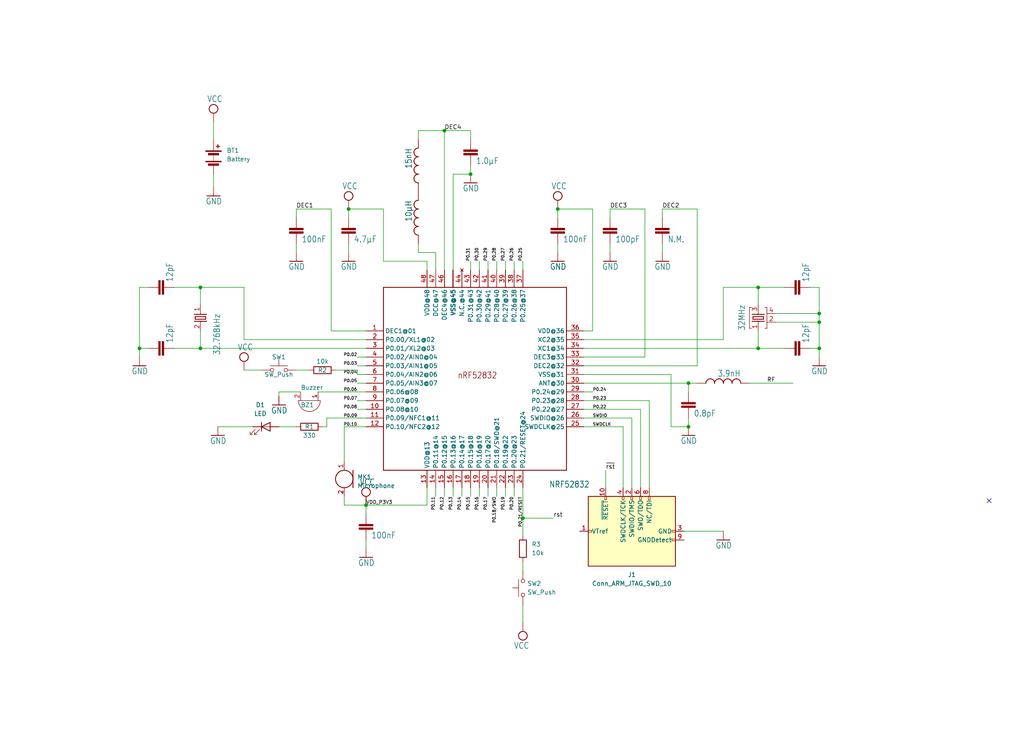
<source format=kicad_sch>
(kicad_sch (version 20230121) (generator eeschema)

  (uuid 19671045-12a7-4138-bcff-fe62707deb04)

  (paper "User" 298.45 217.322)

  (lib_symbols
    (symbol "Connector:Conn_ARM_JTAG_SWD_10" (pin_names (offset 1.016)) (in_bom yes) (on_board yes)
      (property "Reference" "J" (at -2.54 16.51 0)
        (effects (font (size 1.27 1.27)) (justify right))
      )
      (property "Value" "Conn_ARM_JTAG_SWD_10" (at -2.54 13.97 0)
        (effects (font (size 1.27 1.27)) (justify right bottom))
      )
      (property "Footprint" "" (at 0 0 0)
        (effects (font (size 1.27 1.27)) hide)
      )
      (property "Datasheet" "http://infocenter.arm.com/help/topic/com.arm.doc.ddi0314h/DDI0314H_coresight_components_trm.pdf" (at -8.89 -31.75 90)
        (effects (font (size 1.27 1.27)) hide)
      )
      (property "ki_keywords" "Cortex Debug Connector ARM SWD JTAG" (at 0 0 0)
        (effects (font (size 1.27 1.27)) hide)
      )
      (property "ki_description" "Cortex Debug Connector, standard ARM Cortex-M SWD and JTAG interface" (at 0 0 0)
        (effects (font (size 1.27 1.27)) hide)
      )
      (property "ki_fp_filters" "PinHeader?2x05?P1.27mm*" (at 0 0 0)
        (effects (font (size 1.27 1.27)) hide)
      )
      (symbol "Conn_ARM_JTAG_SWD_10_0_1"
        (rectangle (start -10.16 12.7) (end 10.16 -12.7)
          (stroke (width 0.254) (type default))
          (fill (type background))
        )
        (rectangle (start -2.794 -12.7) (end -2.286 -11.684)
          (stroke (width 0) (type default))
          (fill (type none))
        )
        (rectangle (start -0.254 -12.7) (end 0.254 -11.684)
          (stroke (width 0) (type default))
          (fill (type none))
        )
        (rectangle (start -0.254 12.7) (end 0.254 11.684)
          (stroke (width 0) (type default))
          (fill (type none))
        )
        (rectangle (start 9.144 2.286) (end 10.16 2.794)
          (stroke (width 0) (type default))
          (fill (type none))
        )
        (rectangle (start 10.16 -2.794) (end 9.144 -2.286)
          (stroke (width 0) (type default))
          (fill (type none))
        )
        (rectangle (start 10.16 -0.254) (end 9.144 0.254)
          (stroke (width 0) (type default))
          (fill (type none))
        )
        (rectangle (start 10.16 7.874) (end 9.144 7.366)
          (stroke (width 0) (type default))
          (fill (type none))
        )
      )
      (symbol "Conn_ARM_JTAG_SWD_10_1_1"
        (rectangle (start 9.144 -5.334) (end 10.16 -4.826)
          (stroke (width 0) (type default))
          (fill (type none))
        )
        (pin power_in line (at 0 15.24 270) (length 2.54)
          (name "VTref" (effects (font (size 1.27 1.27))))
          (number "1" (effects (font (size 1.27 1.27))))
        )
        (pin open_collector line (at 12.7 7.62 180) (length 2.54)
          (name "~{RESET}" (effects (font (size 1.27 1.27))))
          (number "10" (effects (font (size 1.27 1.27))))
        )
        (pin bidirectional line (at 12.7 0 180) (length 2.54)
          (name "SWDIO/TMS" (effects (font (size 1.27 1.27))))
          (number "2" (effects (font (size 1.27 1.27))))
        )
        (pin power_in line (at 0 -15.24 90) (length 2.54)
          (name "GND" (effects (font (size 1.27 1.27))))
          (number "3" (effects (font (size 1.27 1.27))))
        )
        (pin output line (at 12.7 2.54 180) (length 2.54)
          (name "SWDCLK/TCK" (effects (font (size 1.27 1.27))))
          (number "4" (effects (font (size 1.27 1.27))))
        )
        (pin passive line (at 0 -15.24 90) (length 2.54) hide
          (name "GND" (effects (font (size 1.27 1.27))))
          (number "5" (effects (font (size 1.27 1.27))))
        )
        (pin input line (at 12.7 -2.54 180) (length 2.54)
          (name "SWO/TDO" (effects (font (size 1.27 1.27))))
          (number "6" (effects (font (size 1.27 1.27))))
        )
        (pin no_connect line (at -10.16 0 0) (length 2.54) hide
          (name "KEY" (effects (font (size 1.27 1.27))))
          (number "7" (effects (font (size 1.27 1.27))))
        )
        (pin output line (at 12.7 -5.08 180) (length 2.54)
          (name "NC/TDI" (effects (font (size 1.27 1.27))))
          (number "8" (effects (font (size 1.27 1.27))))
        )
        (pin passive line (at -2.54 -15.24 90) (length 2.54)
          (name "GNDDetect" (effects (font (size 1.27 1.27))))
          (number "9" (effects (font (size 1.27 1.27))))
        )
      )
    )
    (symbol "Device:Battery" (pin_numbers hide) (pin_names (offset 0) hide) (in_bom yes) (on_board yes)
      (property "Reference" "BT" (at 2.54 2.54 0)
        (effects (font (size 1.27 1.27)) (justify left))
      )
      (property "Value" "Battery" (at 2.54 0 0)
        (effects (font (size 1.27 1.27)) (justify left))
      )
      (property "Footprint" "" (at 0 1.524 90)
        (effects (font (size 1.27 1.27)) hide)
      )
      (property "Datasheet" "~" (at 0 1.524 90)
        (effects (font (size 1.27 1.27)) hide)
      )
      (property "ki_keywords" "batt voltage-source cell" (at 0 0 0)
        (effects (font (size 1.27 1.27)) hide)
      )
      (property "ki_description" "Multiple-cell battery" (at 0 0 0)
        (effects (font (size 1.27 1.27)) hide)
      )
      (symbol "Battery_0_1"
        (rectangle (start -2.286 -1.27) (end 2.286 -1.524)
          (stroke (width 0) (type default))
          (fill (type outline))
        )
        (rectangle (start -2.286 1.778) (end 2.286 1.524)
          (stroke (width 0) (type default))
          (fill (type outline))
        )
        (rectangle (start -1.524 -2.032) (end 1.524 -2.54)
          (stroke (width 0) (type default))
          (fill (type outline))
        )
        (rectangle (start -1.524 1.016) (end 1.524 0.508)
          (stroke (width 0) (type default))
          (fill (type outline))
        )
        (polyline
          (pts
            (xy 0 -1.016)
            (xy 0 -0.762)
          )
          (stroke (width 0) (type default))
          (fill (type none))
        )
        (polyline
          (pts
            (xy 0 -0.508)
            (xy 0 -0.254)
          )
          (stroke (width 0) (type default))
          (fill (type none))
        )
        (polyline
          (pts
            (xy 0 0)
            (xy 0 0.254)
          )
          (stroke (width 0) (type default))
          (fill (type none))
        )
        (polyline
          (pts
            (xy 0 1.778)
            (xy 0 2.54)
          )
          (stroke (width 0) (type default))
          (fill (type none))
        )
        (polyline
          (pts
            (xy 0.762 3.048)
            (xy 1.778 3.048)
          )
          (stroke (width 0.254) (type default))
          (fill (type none))
        )
        (polyline
          (pts
            (xy 1.27 3.556)
            (xy 1.27 2.54)
          )
          (stroke (width 0.254) (type default))
          (fill (type none))
        )
      )
      (symbol "Battery_1_1"
        (pin passive line (at 0 5.08 270) (length 2.54)
          (name "+" (effects (font (size 1.27 1.27))))
          (number "1" (effects (font (size 1.27 1.27))))
        )
        (pin passive line (at 0 -5.08 90) (length 2.54)
          (name "-" (effects (font (size 1.27 1.27))))
          (number "2" (effects (font (size 1.27 1.27))))
        )
      )
    )
    (symbol "Device:Buzzer" (pin_names (offset 0.0254) hide) (in_bom yes) (on_board yes)
      (property "Reference" "BZ" (at 3.81 1.27 0)
        (effects (font (size 1.27 1.27)) (justify left))
      )
      (property "Value" "Buzzer" (at 3.81 -1.27 0)
        (effects (font (size 1.27 1.27)) (justify left))
      )
      (property "Footprint" "" (at -0.635 2.54 90)
        (effects (font (size 1.27 1.27)) hide)
      )
      (property "Datasheet" "~" (at -0.635 2.54 90)
        (effects (font (size 1.27 1.27)) hide)
      )
      (property "ki_keywords" "quartz resonator ceramic" (at 0 0 0)
        (effects (font (size 1.27 1.27)) hide)
      )
      (property "ki_description" "Buzzer, polarized" (at 0 0 0)
        (effects (font (size 1.27 1.27)) hide)
      )
      (property "ki_fp_filters" "*Buzzer*" (at 0 0 0)
        (effects (font (size 1.27 1.27)) hide)
      )
      (symbol "Buzzer_0_1"
        (arc (start 0 -3.175) (mid 3.1612 0) (end 0 3.175)
          (stroke (width 0) (type default))
          (fill (type none))
        )
        (polyline
          (pts
            (xy -1.651 1.905)
            (xy -1.143 1.905)
          )
          (stroke (width 0) (type default))
          (fill (type none))
        )
        (polyline
          (pts
            (xy -1.397 2.159)
            (xy -1.397 1.651)
          )
          (stroke (width 0) (type default))
          (fill (type none))
        )
        (polyline
          (pts
            (xy 0 3.175)
            (xy 0 -3.175)
          )
          (stroke (width 0) (type default))
          (fill (type none))
        )
      )
      (symbol "Buzzer_1_1"
        (pin passive line (at -2.54 2.54 0) (length 2.54)
          (name "-" (effects (font (size 1.27 1.27))))
          (number "1" (effects (font (size 1.27 1.27))))
        )
        (pin passive line (at -2.54 -2.54 0) (length 2.54)
          (name "+" (effects (font (size 1.27 1.27))))
          (number "2" (effects (font (size 1.27 1.27))))
        )
      )
    )
    (symbol "Device:LED" (pin_numbers hide) (pin_names (offset 1.016) hide) (in_bom yes) (on_board yes)
      (property "Reference" "D" (at 0 2.54 0)
        (effects (font (size 1.27 1.27)))
      )
      (property "Value" "LED" (at 0 -2.54 0)
        (effects (font (size 1.27 1.27)))
      )
      (property "Footprint" "" (at 0 0 0)
        (effects (font (size 1.27 1.27)) hide)
      )
      (property "Datasheet" "~" (at 0 0 0)
        (effects (font (size 1.27 1.27)) hide)
      )
      (property "ki_keywords" "LED diode" (at 0 0 0)
        (effects (font (size 1.27 1.27)) hide)
      )
      (property "ki_description" "Light emitting diode" (at 0 0 0)
        (effects (font (size 1.27 1.27)) hide)
      )
      (property "ki_fp_filters" "LED* LED_SMD:* LED_THT:*" (at 0 0 0)
        (effects (font (size 1.27 1.27)) hide)
      )
      (symbol "LED_0_1"
        (polyline
          (pts
            (xy -1.27 -1.27)
            (xy -1.27 1.27)
          )
          (stroke (width 0.254) (type default))
          (fill (type none))
        )
        (polyline
          (pts
            (xy -1.27 0)
            (xy 1.27 0)
          )
          (stroke (width 0) (type default))
          (fill (type none))
        )
        (polyline
          (pts
            (xy 1.27 -1.27)
            (xy 1.27 1.27)
            (xy -1.27 0)
            (xy 1.27 -1.27)
          )
          (stroke (width 0.254) (type default))
          (fill (type none))
        )
        (polyline
          (pts
            (xy -3.048 -0.762)
            (xy -4.572 -2.286)
            (xy -3.81 -2.286)
            (xy -4.572 -2.286)
            (xy -4.572 -1.524)
          )
          (stroke (width 0) (type default))
          (fill (type none))
        )
        (polyline
          (pts
            (xy -1.778 -0.762)
            (xy -3.302 -2.286)
            (xy -2.54 -2.286)
            (xy -3.302 -2.286)
            (xy -3.302 -1.524)
          )
          (stroke (width 0) (type default))
          (fill (type none))
        )
      )
      (symbol "LED_1_1"
        (pin passive line (at -3.81 0 0) (length 2.54)
          (name "K" (effects (font (size 1.27 1.27))))
          (number "1" (effects (font (size 1.27 1.27))))
        )
        (pin passive line (at 3.81 0 180) (length 2.54)
          (name "A" (effects (font (size 1.27 1.27))))
          (number "2" (effects (font (size 1.27 1.27))))
        )
      )
    )
    (symbol "Device:Microphone" (pin_names (offset 0.0254) hide) (in_bom yes) (on_board yes)
      (property "Reference" "MK" (at -3.81 1.27 0)
        (effects (font (size 1.27 1.27)) (justify right))
      )
      (property "Value" "Microphone" (at -3.81 -0.635 0)
        (effects (font (size 1.27 1.27)) (justify right))
      )
      (property "Footprint" "" (at 0 2.54 90)
        (effects (font (size 1.27 1.27)) hide)
      )
      (property "Datasheet" "~" (at 0 2.54 90)
        (effects (font (size 1.27 1.27)) hide)
      )
      (property "ki_keywords" "microphone" (at 0 0 0)
        (effects (font (size 1.27 1.27)) hide)
      )
      (property "ki_description" "Microphone" (at 0 0 0)
        (effects (font (size 1.27 1.27)) hide)
      )
      (symbol "Microphone_0_1"
        (polyline
          (pts
            (xy -2.54 2.54)
            (xy -2.54 -2.54)
          )
          (stroke (width 0.254) (type default))
          (fill (type none))
        )
        (polyline
          (pts
            (xy 0.254 3.81)
            (xy 0.762 3.81)
          )
          (stroke (width 0) (type default))
          (fill (type none))
        )
        (polyline
          (pts
            (xy 0.508 4.064)
            (xy 0.508 3.556)
          )
          (stroke (width 0) (type default))
          (fill (type none))
        )
        (circle (center 0 0) (radius 2.54)
          (stroke (width 0.254) (type default))
          (fill (type none))
        )
      )
      (symbol "Microphone_1_1"
        (pin passive line (at 0 -5.08 90) (length 2.54)
          (name "-" (effects (font (size 1.27 1.27))))
          (number "1" (effects (font (size 1.27 1.27))))
        )
        (pin passive line (at 0 5.08 270) (length 2.54)
          (name "+" (effects (font (size 1.27 1.27))))
          (number "2" (effects (font (size 1.27 1.27))))
        )
      )
    )
    (symbol "Device:R" (pin_numbers hide) (pin_names (offset 0)) (in_bom yes) (on_board yes)
      (property "Reference" "R" (at 2.032 0 90)
        (effects (font (size 1.27 1.27)))
      )
      (property "Value" "R" (at 0 0 90)
        (effects (font (size 1.27 1.27)))
      )
      (property "Footprint" "" (at -1.778 0 90)
        (effects (font (size 1.27 1.27)) hide)
      )
      (property "Datasheet" "~" (at 0 0 0)
        (effects (font (size 1.27 1.27)) hide)
      )
      (property "ki_keywords" "R res resistor" (at 0 0 0)
        (effects (font (size 1.27 1.27)) hide)
      )
      (property "ki_description" "Resistor" (at 0 0 0)
        (effects (font (size 1.27 1.27)) hide)
      )
      (property "ki_fp_filters" "R_*" (at 0 0 0)
        (effects (font (size 1.27 1.27)) hide)
      )
      (symbol "R_0_1"
        (rectangle (start -1.016 -2.54) (end 1.016 2.54)
          (stroke (width 0.254) (type default))
          (fill (type none))
        )
      )
      (symbol "R_1_1"
        (pin passive line (at 0 3.81 270) (length 1.27)
          (name "~" (effects (font (size 1.27 1.27))))
          (number "1" (effects (font (size 1.27 1.27))))
        )
        (pin passive line (at 0 -3.81 90) (length 1.27)
          (name "~" (effects (font (size 1.27 1.27))))
          (number "2" (effects (font (size 1.27 1.27))))
        )
      )
    )
    (symbol "Switch:SW_Push" (pin_numbers hide) (pin_names (offset 1.016) hide) (in_bom yes) (on_board yes)
      (property "Reference" "SW" (at 1.27 2.54 0)
        (effects (font (size 1.27 1.27)) (justify left))
      )
      (property "Value" "SW_Push" (at 0 -1.524 0)
        (effects (font (size 1.27 1.27)))
      )
      (property "Footprint" "" (at 0 5.08 0)
        (effects (font (size 1.27 1.27)) hide)
      )
      (property "Datasheet" "~" (at 0 5.08 0)
        (effects (font (size 1.27 1.27)) hide)
      )
      (property "ki_keywords" "switch normally-open pushbutton push-button" (at 0 0 0)
        (effects (font (size 1.27 1.27)) hide)
      )
      (property "ki_description" "Push button switch, generic, two pins" (at 0 0 0)
        (effects (font (size 1.27 1.27)) hide)
      )
      (symbol "SW_Push_0_1"
        (circle (center -2.032 0) (radius 0.508)
          (stroke (width 0) (type default))
          (fill (type none))
        )
        (polyline
          (pts
            (xy 0 1.27)
            (xy 0 3.048)
          )
          (stroke (width 0) (type default))
          (fill (type none))
        )
        (polyline
          (pts
            (xy 2.54 1.27)
            (xy -2.54 1.27)
          )
          (stroke (width 0) (type default))
          (fill (type none))
        )
        (circle (center 2.032 0) (radius 0.508)
          (stroke (width 0) (type default))
          (fill (type none))
        )
        (pin passive line (at -5.08 0 0) (length 2.54)
          (name "1" (effects (font (size 1.27 1.27))))
          (number "1" (effects (font (size 1.27 1.27))))
        )
        (pin passive line (at 5.08 0 180) (length 2.54)
          (name "2" (effects (font (size 1.27 1.27))))
          (number "2" (effects (font (size 1.27 1.27))))
        )
      )
    )
    (symbol "key_finder-eagle-import:CAPACITOR_0402_N" (in_bom yes) (on_board yes)
      (property "Reference" "" (at 1.524 0.381 0)
        (effects (font (size 1.778 1.5113)) (justify left bottom) hide)
      )
      (property "Value" "" (at 1.524 -4.699 0)
        (effects (font (size 1.778 1.5113)) (justify left bottom))
      )
      (property "Footprint" "key_finder:RESC0402_N" (at 0 0 0)
        (effects (font (size 1.27 1.27)) hide)
      )
      (property "Datasheet" "" (at 0 0 0)
        (effects (font (size 1.27 1.27)) hide)
      )
      (property "ki_locked" "" (at 0 0 0)
        (effects (font (size 1.27 1.27)))
      )
      (symbol "CAPACITOR_0402_N_1_0"
        (rectangle (start -2.032 -2.032) (end 2.032 -1.524)
          (stroke (width 0) (type default))
          (fill (type outline))
        )
        (rectangle (start -2.032 -1.016) (end 2.032 -0.508)
          (stroke (width 0) (type default))
          (fill (type outline))
        )
        (polyline
          (pts
            (xy 0 -2.54)
            (xy 0 -2.032)
          )
          (stroke (width 0.1524) (type solid))
          (fill (type none))
        )
        (polyline
          (pts
            (xy 0 0)
            (xy 0 -0.508)
          )
          (stroke (width 0.1524) (type solid))
          (fill (type none))
        )
        (pin passive line (at 0 2.54 270) (length 2.54)
          (name "1" (effects (font (size 0 0))))
          (number "1" (effects (font (size 0 0))))
        )
        (pin passive line (at 0 -5.08 90) (length 2.54)
          (name "2" (effects (font (size 0 0))))
          (number "2" (effects (font (size 0 0))))
        )
      )
    )
    (symbol "key_finder-eagle-import:CAPACITOR_0603_N" (in_bom yes) (on_board yes)
      (property "Reference" "" (at 1.524 0.381 0)
        (effects (font (size 1.778 1.5113)) (justify left bottom) hide)
      )
      (property "Value" "" (at 1.524 -4.699 0)
        (effects (font (size 1.778 1.5113)) (justify left bottom))
      )
      (property "Footprint" "key_finder:RESC0603_N" (at 0 0 0)
        (effects (font (size 1.27 1.27)) hide)
      )
      (property "Datasheet" "" (at 0 0 0)
        (effects (font (size 1.27 1.27)) hide)
      )
      (property "ki_locked" "" (at 0 0 0)
        (effects (font (size 1.27 1.27)))
      )
      (symbol "CAPACITOR_0603_N_1_0"
        (rectangle (start -2.032 -2.032) (end 2.032 -1.524)
          (stroke (width 0) (type default))
          (fill (type outline))
        )
        (rectangle (start -2.032 -1.016) (end 2.032 -0.508)
          (stroke (width 0) (type default))
          (fill (type outline))
        )
        (polyline
          (pts
            (xy 0 -2.54)
            (xy 0 -2.032)
          )
          (stroke (width 0.1524) (type solid))
          (fill (type none))
        )
        (polyline
          (pts
            (xy 0 0)
            (xy 0 -0.508)
          )
          (stroke (width 0.1524) (type solid))
          (fill (type none))
        )
        (pin passive line (at 0 2.54 270) (length 2.54)
          (name "1" (effects (font (size 0 0))))
          (number "1" (effects (font (size 0 0))))
        )
        (pin passive line (at 0 -5.08 90) (length 2.54)
          (name "2" (effects (font (size 0 0))))
          (number "2" (effects (font (size 0 0))))
        )
      )
    )
    (symbol "key_finder-eagle-import:GND" (power) (in_bom yes) (on_board yes)
      (property "Reference" "#GND" (at 0 0 0)
        (effects (font (size 1.27 1.27)) hide)
      )
      (property "Value" "GND" (at -2.54 -2.54 0)
        (effects (font (size 1.778 1.5113)) (justify left bottom))
      )
      (property "Footprint" "" (at 0 0 0)
        (effects (font (size 1.27 1.27)) hide)
      )
      (property "Datasheet" "" (at 0 0 0)
        (effects (font (size 1.27 1.27)) hide)
      )
      (property "ki_locked" "" (at 0 0 0)
        (effects (font (size 1.27 1.27)))
      )
      (symbol "GND_1_0"
        (polyline
          (pts
            (xy -1.905 0)
            (xy 1.905 0)
          )
          (stroke (width 0.254) (type solid))
          (fill (type none))
        )
        (pin power_in line (at 0 2.54 270) (length 2.54)
          (name "GND" (effects (font (size 0 0))))
          (number "1" (effects (font (size 0 0))))
        )
      )
    )
    (symbol "key_finder-eagle-import:INDUCTOR_0402_N" (in_bom yes) (on_board yes)
      (property "Reference" "" (at -1.27 -5.08 90)
        (effects (font (size 1.778 1.5113)) (justify left bottom) hide)
      )
      (property "Value" "" (at 3.81 -5.08 90)
        (effects (font (size 1.778 1.5113)) (justify left bottom))
      )
      (property "Footprint" "key_finder:RESC0402_N" (at 0 0 0)
        (effects (font (size 1.27 1.27)) hide)
      )
      (property "Datasheet" "" (at 0 0 0)
        (effects (font (size 1.27 1.27)) hide)
      )
      (property "ki_locked" "" (at 0 0 0)
        (effects (font (size 1.27 1.27)))
      )
      (symbol "INDUCTOR_0402_N_1_0"
        (arc (start 0 -5.08) (mid 0.898 -4.708) (end 1.27 -3.81)
          (stroke (width 0.254) (type solid))
          (fill (type none))
        )
        (arc (start 0 -2.54) (mid 0.898 -2.168) (end 1.27 -1.27)
          (stroke (width 0.254) (type solid))
          (fill (type none))
        )
        (arc (start 0 0) (mid 0.898 0.372) (end 1.27 1.27)
          (stroke (width 0.254) (type solid))
          (fill (type none))
        )
        (arc (start 0 2.54) (mid 0.898 2.912) (end 1.27 3.81)
          (stroke (width 0.254) (type solid))
          (fill (type none))
        )
        (arc (start 1.27 -3.81) (mid 0.898 -2.912) (end 0 -2.54)
          (stroke (width 0.254) (type solid))
          (fill (type none))
        )
        (arc (start 1.27 -1.27) (mid 0.898 -0.372) (end 0 0)
          (stroke (width 0.254) (type solid))
          (fill (type none))
        )
        (arc (start 1.27 1.27) (mid 0.898 2.168) (end 0 2.54)
          (stroke (width 0.254) (type solid))
          (fill (type none))
        )
        (arc (start 1.27 3.81) (mid 0.898 4.708) (end 0 5.08)
          (stroke (width 0.254) (type solid))
          (fill (type none))
        )
        (pin passive line (at 0 7.62 270) (length 2.54)
          (name "1" (effects (font (size 0 0))))
          (number "1" (effects (font (size 0 0))))
        )
        (pin passive line (at 0 -7.62 90) (length 2.54)
          (name "2" (effects (font (size 0 0))))
          (number "2" (effects (font (size 0 0))))
        )
      )
    )
    (symbol "key_finder-eagle-import:INDUCTOR_0603_N" (in_bom yes) (on_board yes)
      (property "Reference" "" (at -1.27 -5.08 90)
        (effects (font (size 1.778 1.5113)) (justify left bottom) hide)
      )
      (property "Value" "" (at 3.81 -5.08 90)
        (effects (font (size 1.778 1.5113)) (justify left bottom))
      )
      (property "Footprint" "key_finder:RESC0603_N" (at 0 0 0)
        (effects (font (size 1.27 1.27)) hide)
      )
      (property "Datasheet" "" (at 0 0 0)
        (effects (font (size 1.27 1.27)) hide)
      )
      (property "ki_locked" "" (at 0 0 0)
        (effects (font (size 1.27 1.27)))
      )
      (symbol "INDUCTOR_0603_N_1_0"
        (arc (start 0 -5.08) (mid 0.898 -4.708) (end 1.27 -3.81)
          (stroke (width 0.254) (type solid))
          (fill (type none))
        )
        (arc (start 0 -2.54) (mid 0.898 -2.168) (end 1.27 -1.27)
          (stroke (width 0.254) (type solid))
          (fill (type none))
        )
        (arc (start 0 0) (mid 0.898 0.372) (end 1.27 1.27)
          (stroke (width 0.254) (type solid))
          (fill (type none))
        )
        (arc (start 0 2.54) (mid 0.898 2.912) (end 1.27 3.81)
          (stroke (width 0.254) (type solid))
          (fill (type none))
        )
        (arc (start 1.27 -3.81) (mid 0.898 -2.912) (end 0 -2.54)
          (stroke (width 0.254) (type solid))
          (fill (type none))
        )
        (arc (start 1.27 -1.27) (mid 0.898 -0.372) (end 0 0)
          (stroke (width 0.254) (type solid))
          (fill (type none))
        )
        (arc (start 1.27 1.27) (mid 0.898 2.168) (end 0 2.54)
          (stroke (width 0.254) (type solid))
          (fill (type none))
        )
        (arc (start 1.27 3.81) (mid 0.898 4.708) (end 0 5.08)
          (stroke (width 0.254) (type solid))
          (fill (type none))
        )
        (pin passive line (at 0 7.62 270) (length 2.54)
          (name "1" (effects (font (size 0 0))))
          (number "1" (effects (font (size 0 0))))
        )
        (pin passive line (at 0 -7.62 90) (length 2.54)
          (name "2" (effects (font (size 0 0))))
          (number "2" (effects (font (size 0 0))))
        )
      )
    )
    (symbol "key_finder-eagle-import:NRF52832" (in_bom yes) (on_board yes)
      (property "Reference" "" (at 48.26 -2.54 0)
        (effects (font (size 1.778 1.5113)) (justify left bottom) hide)
      )
      (property "Value" "" (at 48.26 -5.08 0)
        (effects (font (size 1.778 1.5113)) (justify left bottom))
      )
      (property "Footprint" "key_finder:QFN40P600X600X90-48_N" (at 0 0 0)
        (effects (font (size 1.27 1.27)) hide)
      )
      (property "Datasheet" "" (at 0 0 0)
        (effects (font (size 1.27 1.27)) hide)
      )
      (property "ki_locked" "" (at 0 0 0)
        (effects (font (size 1.27 1.27)))
      )
      (symbol "NRF52832_1_0"
        (polyline
          (pts
            (xy 0 0)
            (xy 0 53.34)
          )
          (stroke (width 0.254) (type solid))
          (fill (type none))
        )
        (polyline
          (pts
            (xy 0 53.34)
            (xy 53.34 53.34)
          )
          (stroke (width 0.254) (type solid))
          (fill (type none))
        )
        (polyline
          (pts
            (xy 53.34 0)
            (xy 0 0)
          )
          (stroke (width 0.254) (type solid))
          (fill (type none))
        )
        (polyline
          (pts
            (xy 53.34 53.34)
            (xy 53.34 0)
          )
          (stroke (width 0.254) (type solid))
          (fill (type none))
        )
        (text "nRF52832" (at 21.59 26.67 0)
          (effects (font (size 1.778 1.5113)) (justify left bottom))
        )
        (pin power_in line (at -5.08 40.64 0) (length 5.08)
          (name "DEC1@01" (effects (font (size 1.27 1.27))))
          (number "1" (effects (font (size 1.27 1.27))))
        )
        (pin bidirectional line (at -5.08 17.78 0) (length 5.08)
          (name "P0.08@10" (effects (font (size 1.27 1.27))))
          (number "10" (effects (font (size 1.27 1.27))))
        )
        (pin bidirectional line (at -5.08 15.24 0) (length 5.08)
          (name "P0.09/NFC1@11" (effects (font (size 1.27 1.27))))
          (number "11" (effects (font (size 1.27 1.27))))
        )
        (pin bidirectional line (at -5.08 12.7 0) (length 5.08)
          (name "P0.10/NFC2@12" (effects (font (size 1.27 1.27))))
          (number "12" (effects (font (size 1.27 1.27))))
        )
        (pin power_in line (at 12.7 -5.08 90) (length 5.08)
          (name "VDD@13" (effects (font (size 1.27 1.27))))
          (number "13" (effects (font (size 1.27 1.27))))
        )
        (pin bidirectional line (at 15.24 -5.08 90) (length 5.08)
          (name "P0.11@14" (effects (font (size 1.27 1.27))))
          (number "14" (effects (font (size 1.27 1.27))))
        )
        (pin bidirectional line (at 17.78 -5.08 90) (length 5.08)
          (name "P0.12@15" (effects (font (size 1.27 1.27))))
          (number "15" (effects (font (size 1.27 1.27))))
        )
        (pin bidirectional line (at 20.32 -5.08 90) (length 5.08)
          (name "P0.13@16" (effects (font (size 1.27 1.27))))
          (number "16" (effects (font (size 1.27 1.27))))
        )
        (pin bidirectional line (at 22.86 -5.08 90) (length 5.08)
          (name "P0.14@17" (effects (font (size 1.27 1.27))))
          (number "17" (effects (font (size 1.27 1.27))))
        )
        (pin bidirectional line (at 25.4 -5.08 90) (length 5.08)
          (name "P0.15@18" (effects (font (size 1.27 1.27))))
          (number "18" (effects (font (size 1.27 1.27))))
        )
        (pin bidirectional line (at 27.94 -5.08 90) (length 5.08)
          (name "P0.16@19" (effects (font (size 1.27 1.27))))
          (number "19" (effects (font (size 1.27 1.27))))
        )
        (pin bidirectional line (at -5.08 38.1 0) (length 5.08)
          (name "P0.00/XL1@02" (effects (font (size 1.27 1.27))))
          (number "2" (effects (font (size 1.27 1.27))))
        )
        (pin bidirectional line (at 30.48 -5.08 90) (length 5.08)
          (name "P0.17@20" (effects (font (size 1.27 1.27))))
          (number "20" (effects (font (size 1.27 1.27))))
        )
        (pin bidirectional line (at 33.02 -5.08 90) (length 5.08)
          (name "P0.18/SWO@21" (effects (font (size 1.27 1.27))))
          (number "21" (effects (font (size 1.27 1.27))))
        )
        (pin bidirectional line (at 35.56 -5.08 90) (length 5.08)
          (name "P0.19@22" (effects (font (size 1.27 1.27))))
          (number "22" (effects (font (size 1.27 1.27))))
        )
        (pin bidirectional line (at 38.1 -5.08 90) (length 5.08)
          (name "P0.20@23" (effects (font (size 1.27 1.27))))
          (number "23" (effects (font (size 1.27 1.27))))
        )
        (pin bidirectional line (at 40.64 -5.08 90) (length 5.08)
          (name "P0.21/RESET@24" (effects (font (size 1.27 1.27))))
          (number "24" (effects (font (size 1.27 1.27))))
        )
        (pin input line (at 58.42 12.7 180) (length 5.08)
          (name "SWDCLK@25" (effects (font (size 1.27 1.27))))
          (number "25" (effects (font (size 1.27 1.27))))
        )
        (pin bidirectional line (at 58.42 15.24 180) (length 5.08)
          (name "SWDIO@26" (effects (font (size 1.27 1.27))))
          (number "26" (effects (font (size 1.27 1.27))))
        )
        (pin bidirectional line (at 58.42 17.78 180) (length 5.08)
          (name "P0.22@27" (effects (font (size 1.27 1.27))))
          (number "27" (effects (font (size 1.27 1.27))))
        )
        (pin bidirectional line (at 58.42 20.32 180) (length 5.08)
          (name "P0.23@28" (effects (font (size 1.27 1.27))))
          (number "28" (effects (font (size 1.27 1.27))))
        )
        (pin bidirectional line (at 58.42 22.86 180) (length 5.08)
          (name "P0.24@29" (effects (font (size 1.27 1.27))))
          (number "29" (effects (font (size 1.27 1.27))))
        )
        (pin bidirectional line (at -5.08 35.56 0) (length 5.08)
          (name "P0.01/XL2@03" (effects (font (size 1.27 1.27))))
          (number "3" (effects (font (size 1.27 1.27))))
        )
        (pin bidirectional line (at 58.42 25.4 180) (length 5.08)
          (name "ANT@30" (effects (font (size 1.27 1.27))))
          (number "30" (effects (font (size 1.27 1.27))))
        )
        (pin bidirectional line (at 58.42 27.94 180) (length 5.08)
          (name "VSS@31" (effects (font (size 1.27 1.27))))
          (number "31" (effects (font (size 1.27 1.27))))
        )
        (pin bidirectional line (at 58.42 30.48 180) (length 5.08)
          (name "DEC2@32" (effects (font (size 1.27 1.27))))
          (number "32" (effects (font (size 1.27 1.27))))
        )
        (pin bidirectional line (at 58.42 33.02 180) (length 5.08)
          (name "DEC3@33" (effects (font (size 1.27 1.27))))
          (number "33" (effects (font (size 1.27 1.27))))
        )
        (pin input line (at 58.42 35.56 180) (length 5.08)
          (name "XC1@34" (effects (font (size 1.27 1.27))))
          (number "34" (effects (font (size 1.27 1.27))))
        )
        (pin output line (at 58.42 38.1 180) (length 5.08)
          (name "XC2@35" (effects (font (size 1.27 1.27))))
          (number "35" (effects (font (size 1.27 1.27))))
        )
        (pin power_in line (at 58.42 40.64 180) (length 5.08)
          (name "VDD@36" (effects (font (size 1.27 1.27))))
          (number "36" (effects (font (size 1.27 1.27))))
        )
        (pin bidirectional line (at 40.64 58.42 270) (length 5.08)
          (name "P0.25@37" (effects (font (size 1.27 1.27))))
          (number "37" (effects (font (size 1.27 1.27))))
        )
        (pin bidirectional line (at 38.1 58.42 270) (length 5.08)
          (name "P0.26@38" (effects (font (size 1.27 1.27))))
          (number "38" (effects (font (size 1.27 1.27))))
        )
        (pin bidirectional line (at 35.56 58.42 270) (length 5.08)
          (name "P0.27@39" (effects (font (size 1.27 1.27))))
          (number "39" (effects (font (size 1.27 1.27))))
        )
        (pin bidirectional line (at -5.08 33.02 0) (length 5.08)
          (name "P0.02/AIN0@04" (effects (font (size 1.27 1.27))))
          (number "4" (effects (font (size 1.27 1.27))))
        )
        (pin bidirectional line (at 33.02 58.42 270) (length 5.08)
          (name "P0.28@40" (effects (font (size 1.27 1.27))))
          (number "40" (effects (font (size 1.27 1.27))))
        )
        (pin bidirectional line (at 30.48 58.42 270) (length 5.08)
          (name "P0.29@41" (effects (font (size 1.27 1.27))))
          (number "41" (effects (font (size 1.27 1.27))))
        )
        (pin bidirectional line (at 27.94 58.42 270) (length 5.08)
          (name "P0.30@42" (effects (font (size 1.27 1.27))))
          (number "42" (effects (font (size 1.27 1.27))))
        )
        (pin bidirectional line (at 25.4 58.42 270) (length 5.08)
          (name "P0.31@43" (effects (font (size 1.27 1.27))))
          (number "43" (effects (font (size 1.27 1.27))))
        )
        (pin no_connect line (at 22.86 58.42 270) (length 5.08)
          (name "N.C.@44" (effects (font (size 1.27 1.27))))
          (number "44" (effects (font (size 1.27 1.27))))
        )
        (pin power_in line (at 20.32 58.42 270) (length 5.08)
          (name "VSS@45" (effects (font (size 1.27 1.27))))
          (number "45" (effects (font (size 0 0))))
        )
        (pin power_in line (at 17.78 58.42 270) (length 5.08)
          (name "DEC4@46" (effects (font (size 1.27 1.27))))
          (number "46" (effects (font (size 1.27 1.27))))
        )
        (pin output line (at 15.24 58.42 270) (length 5.08)
          (name "DCC@47" (effects (font (size 1.27 1.27))))
          (number "47" (effects (font (size 1.27 1.27))))
        )
        (pin power_in line (at 12.7 58.42 270) (length 5.08)
          (name "VDD@48" (effects (font (size 1.27 1.27))))
          (number "48" (effects (font (size 1.27 1.27))))
        )
        (pin bidirectional line (at -5.08 30.48 0) (length 5.08)
          (name "P0.03/AIN1@05" (effects (font (size 1.27 1.27))))
          (number "5" (effects (font (size 1.27 1.27))))
        )
        (pin bidirectional line (at -5.08 27.94 0) (length 5.08)
          (name "P0.04/AIN2@06" (effects (font (size 1.27 1.27))))
          (number "6" (effects (font (size 1.27 1.27))))
        )
        (pin bidirectional line (at -5.08 25.4 0) (length 5.08)
          (name "P0.05/AIN3@07" (effects (font (size 1.27 1.27))))
          (number "7" (effects (font (size 1.27 1.27))))
        )
        (pin bidirectional line (at -5.08 22.86 0) (length 5.08)
          (name "P0.06@08" (effects (font (size 1.27 1.27))))
          (number "8" (effects (font (size 1.27 1.27))))
        )
        (pin bidirectional line (at -5.08 20.32 0) (length 5.08)
          (name "P0.07@09" (effects (font (size 1.27 1.27))))
          (number "9" (effects (font (size 1.27 1.27))))
        )
        (pin power_in line (at 20.32 58.42 270) (length 5.08)
          (name "VSS@45" (effects (font (size 1.27 1.27))))
          (number "PAD" (effects (font (size 0 0))))
        )
        (pin power_in line (at 20.32 58.42 270) (length 5.08)
          (name "VSS@45" (effects (font (size 1.27 1.27))))
          (number "PAD@VIA01" (effects (font (size 0 0))))
        )
        (pin power_in line (at 20.32 58.42 270) (length 5.08)
          (name "VSS@45" (effects (font (size 1.27 1.27))))
          (number "PAD@VIA02" (effects (font (size 0 0))))
        )
        (pin power_in line (at 20.32 58.42 270) (length 5.08)
          (name "VSS@45" (effects (font (size 1.27 1.27))))
          (number "PAD@VIA03" (effects (font (size 0 0))))
        )
        (pin power_in line (at 20.32 58.42 270) (length 5.08)
          (name "VSS@45" (effects (font (size 1.27 1.27))))
          (number "PAD@VIA04" (effects (font (size 0 0))))
        )
        (pin power_in line (at 20.32 58.42 270) (length 5.08)
          (name "VSS@45" (effects (font (size 1.27 1.27))))
          (number "PAD@VIA05" (effects (font (size 0 0))))
        )
        (pin power_in line (at 20.32 58.42 270) (length 5.08)
          (name "VSS@45" (effects (font (size 1.27 1.27))))
          (number "PAD@VIA06" (effects (font (size 0 0))))
        )
        (pin power_in line (at 20.32 58.42 270) (length 5.08)
          (name "VSS@45" (effects (font (size 1.27 1.27))))
          (number "PAD@VIA07" (effects (font (size 0 0))))
        )
        (pin power_in line (at 20.32 58.42 270) (length 5.08)
          (name "VSS@45" (effects (font (size 1.27 1.27))))
          (number "PAD@VIA08" (effects (font (size 0 0))))
        )
        (pin power_in line (at 20.32 58.42 270) (length 5.08)
          (name "VSS@45" (effects (font (size 1.27 1.27))))
          (number "PAD@VIA09" (effects (font (size 0 0))))
        )
        (pin power_in line (at 20.32 58.42 270) (length 5.08)
          (name "VSS@45" (effects (font (size 1.27 1.27))))
          (number "PAD@VIA10" (effects (font (size 0 0))))
        )
        (pin power_in line (at 20.32 58.42 270) (length 5.08)
          (name "VSS@45" (effects (font (size 1.27 1.27))))
          (number "PAD@VIA11" (effects (font (size 0 0))))
        )
        (pin power_in line (at 20.32 58.42 270) (length 5.08)
          (name "VSS@45" (effects (font (size 1.27 1.27))))
          (number "PAD@VIA12" (effects (font (size 0 0))))
        )
        (pin power_in line (at 20.32 58.42 270) (length 5.08)
          (name "VSS@45" (effects (font (size 1.27 1.27))))
          (number "PAD@VIA13" (effects (font (size 0 0))))
        )
        (pin power_in line (at 20.32 58.42 270) (length 5.08)
          (name "VSS@45" (effects (font (size 1.27 1.27))))
          (number "PAD@VIA14" (effects (font (size 0 0))))
        )
        (pin power_in line (at 20.32 58.42 270) (length 5.08)
          (name "VSS@45" (effects (font (size 1.27 1.27))))
          (number "PAD@VIA15" (effects (font (size 0 0))))
        )
        (pin power_in line (at 20.32 58.42 270) (length 5.08)
          (name "VSS@45" (effects (font (size 1.27 1.27))))
          (number "PAD@VIA16" (effects (font (size 0 0))))
        )
      )
    )
    (symbol "key_finder-eagle-import:VCC" (power) (in_bom yes) (on_board yes)
      (property "Reference" "#SUPPLY" (at 0 0 0)
        (effects (font (size 1.27 1.27)) hide)
      )
      (property "Value" "VCC" (at -1.905 3.175 0)
        (effects (font (size 1.778 1.5113)) (justify left bottom))
      )
      (property "Footprint" "" (at 0 0 0)
        (effects (font (size 1.27 1.27)) hide)
      )
      (property "Datasheet" "" (at 0 0 0)
        (effects (font (size 1.27 1.27)) hide)
      )
      (property "ki_locked" "" (at 0 0 0)
        (effects (font (size 1.27 1.27)))
      )
      (symbol "VCC_1_0"
        (circle (center 0 1.27) (radius 1.27)
          (stroke (width 0.254) (type solid))
          (fill (type none))
        )
        (pin power_in line (at 0 -2.54 90) (length 2.54)
          (name "VCC" (effects (font (size 0 0))))
          (number "1" (effects (font (size 0 0))))
        )
      )
    )
    (symbol "key_finder-eagle-import:XTAL_32KHZ" (in_bom yes) (on_board yes)
      (property "Reference" "" (at 0 6.096 0)
        (effects (font (size 1.778 1.5113)) (justify left bottom) hide)
      )
      (property "Value" "" (at 0 3.81 0)
        (effects (font (size 1.778 1.5113)) (justify left bottom))
      )
      (property "Footprint" "key_finder:XTAL_3215_N" (at 0 0 0)
        (effects (font (size 1.27 1.27)) hide)
      )
      (property "Datasheet" "" (at 0 0 0)
        (effects (font (size 1.27 1.27)) hide)
      )
      (property "ki_locked" "" (at 0 0 0)
        (effects (font (size 1.27 1.27)))
      )
      (symbol "XTAL_32KHZ_1_0"
        (polyline
          (pts
            (xy 0 0)
            (xy 0.254 0)
          )
          (stroke (width 0.1524) (type solid))
          (fill (type none))
        )
        (polyline
          (pts
            (xy 0.254 0)
            (xy 0.254 -1.778)
          )
          (stroke (width 0.254) (type solid))
          (fill (type none))
        )
        (polyline
          (pts
            (xy 0.254 1.778)
            (xy 0.254 0)
          )
          (stroke (width 0.254) (type solid))
          (fill (type none))
        )
        (polyline
          (pts
            (xy 0.889 -1.524)
            (xy 1.651 -1.524)
          )
          (stroke (width 0.254) (type solid))
          (fill (type none))
        )
        (polyline
          (pts
            (xy 0.889 1.524)
            (xy 0.889 -1.524)
          )
          (stroke (width 0.254) (type solid))
          (fill (type none))
        )
        (polyline
          (pts
            (xy 1.651 -1.524)
            (xy 1.651 1.524)
          )
          (stroke (width 0.254) (type solid))
          (fill (type none))
        )
        (polyline
          (pts
            (xy 1.651 1.524)
            (xy 0.889 1.524)
          )
          (stroke (width 0.254) (type solid))
          (fill (type none))
        )
        (polyline
          (pts
            (xy 2.286 0)
            (xy 2.286 -1.778)
          )
          (stroke (width 0.254) (type solid))
          (fill (type none))
        )
        (polyline
          (pts
            (xy 2.286 0)
            (xy 2.54 0)
          )
          (stroke (width 0.1524) (type solid))
          (fill (type none))
        )
        (polyline
          (pts
            (xy 2.286 1.778)
            (xy 2.286 0)
          )
          (stroke (width 0.254) (type solid))
          (fill (type none))
        )
        (pin passive line (at -2.54 0 0) (length 2.54)
          (name "1" (effects (font (size 0 0))))
          (number "1" (effects (font (size 1.27 1.27))))
        )
        (pin passive line (at 5.08 0 180) (length 2.54)
          (name "2" (effects (font (size 0 0))))
          (number "2" (effects (font (size 1.27 1.27))))
        )
      )
    )
    (symbol "key_finder-eagle-import:XTAL_32MHZ" (in_bom yes) (on_board yes)
      (property "Reference" "" (at 0 8.636 0)
        (effects (font (size 1.778 1.5113)) (justify left bottom) hide)
      )
      (property "Value" "" (at 0 6.35 0)
        (effects (font (size 1.778 1.5113)) (justify left bottom))
      )
      (property "Footprint" "key_finder:BT-XTAL_2016_N" (at 0 0 0)
        (effects (font (size 1.27 1.27)) hide)
      )
      (property "Datasheet" "" (at 0 0 0)
        (effects (font (size 1.27 1.27)) hide)
      )
      (property "ki_locked" "" (at 0 0 0)
        (effects (font (size 1.27 1.27)))
      )
      (symbol "XTAL_32MHZ_1_0"
        (polyline
          (pts
            (xy 0.762 0)
            (xy 0.762 0.635)
          )
          (stroke (width 0.1524) (type solid))
          (fill (type none))
        )
        (polyline
          (pts
            (xy 0.762 0)
            (xy 6.858 0)
          )
          (stroke (width 0.1524) (type solid))
          (fill (type none))
        )
        (polyline
          (pts
            (xy 0.762 4.445)
            (xy 0.762 5.08)
          )
          (stroke (width 0.1524) (type solid))
          (fill (type none))
        )
        (polyline
          (pts
            (xy 0.762 5.08)
            (xy 6.858 5.08)
          )
          (stroke (width 0.1524) (type solid))
          (fill (type none))
        )
        (polyline
          (pts
            (xy 2.54 2.54)
            (xy 2.794 2.54)
          )
          (stroke (width 0.1524) (type solid))
          (fill (type none))
        )
        (polyline
          (pts
            (xy 2.794 2.54)
            (xy 2.794 0.762)
          )
          (stroke (width 0.254) (type solid))
          (fill (type none))
        )
        (polyline
          (pts
            (xy 2.794 4.318)
            (xy 2.794 2.54)
          )
          (stroke (width 0.254) (type solid))
          (fill (type none))
        )
        (polyline
          (pts
            (xy 3.429 1.016)
            (xy 4.191 1.016)
          )
          (stroke (width 0.254) (type solid))
          (fill (type none))
        )
        (polyline
          (pts
            (xy 3.429 4.064)
            (xy 3.429 1.016)
          )
          (stroke (width 0.254) (type solid))
          (fill (type none))
        )
        (polyline
          (pts
            (xy 4.191 1.016)
            (xy 4.191 4.064)
          )
          (stroke (width 0.254) (type solid))
          (fill (type none))
        )
        (polyline
          (pts
            (xy 4.191 4.064)
            (xy 3.429 4.064)
          )
          (stroke (width 0.254) (type solid))
          (fill (type none))
        )
        (polyline
          (pts
            (xy 4.826 2.54)
            (xy 4.826 0.762)
          )
          (stroke (width 0.254) (type solid))
          (fill (type none))
        )
        (polyline
          (pts
            (xy 4.826 2.54)
            (xy 5.08 2.54)
          )
          (stroke (width 0.1524) (type solid))
          (fill (type none))
        )
        (polyline
          (pts
            (xy 4.826 4.318)
            (xy 4.826 2.54)
          )
          (stroke (width 0.254) (type solid))
          (fill (type none))
        )
        (polyline
          (pts
            (xy 6.858 0.635)
            (xy 6.858 0)
          )
          (stroke (width 0.1524) (type solid))
          (fill (type none))
        )
        (polyline
          (pts
            (xy 6.858 5.08)
            (xy 6.858 4.445)
          )
          (stroke (width 0.1524) (type solid))
          (fill (type none))
        )
        (pin passive line (at 0 2.54 0) (length 2.54)
          (name "1" (effects (font (size 0 0))))
          (number "1" (effects (font (size 1.27 1.27))))
        )
        (pin passive line (at 2.54 -2.54 90) (length 2.54)
          (name "2" (effects (font (size 0 0))))
          (number "2" (effects (font (size 1.27 1.27))))
        )
        (pin passive line (at 7.62 2.54 180) (length 2.54)
          (name "3" (effects (font (size 0 0))))
          (number "3" (effects (font (size 1.27 1.27))))
        )
        (pin passive line (at 5.08 -2.54 90) (length 2.54)
          (name "4" (effects (font (size 0 0))))
          (number "4" (effects (font (size 1.27 1.27))))
        )
      )
    )
  )

  (junction (at 58.42 83.82) (diameter 0) (color 0 0 0 0)
    (uuid 0f72ff2c-8e82-4735-bd77-f962541a2d4b)
  )
  (junction (at 152.4 151.13) (diameter 0) (color 0 0 0 0)
    (uuid 1fc7e451-55dc-46a6-9d12-74e0e0fe0b7c)
  )
  (junction (at 200.66 124.46) (diameter 0) (color 0 0 0 0)
    (uuid 32b1dcc3-0d75-4de1-8168-8ee81d52bfaf)
  )
  (junction (at 137.16 50.8) (diameter 0) (color 0 0 0 0)
    (uuid 3a5824f7-eda5-4bed-84e2-6d3db54053b4)
  )
  (junction (at 129.54 38.1) (diameter 0) (color 0 0 0 0)
    (uuid 6de18c8c-88fd-4aec-a265-70a491ce05bd)
  )
  (junction (at 162.56 60.96) (diameter 0) (color 0 0 0 0)
    (uuid 7679f475-b485-4f28-8834-36974693020d)
  )
  (junction (at 238.76 101.6) (diameter 0) (color 0 0 0 0)
    (uuid 807692d4-e36a-4f78-b7a2-880ba5caa76a)
  )
  (junction (at 58.42 101.6) (diameter 0) (color 0 0 0 0)
    (uuid 8b48cab7-115d-418b-a570-8e324ea4c873)
  )
  (junction (at 101.6 60.96) (diameter 0) (color 0 0 0 0)
    (uuid 982fffab-587b-4064-bd41-3450872eaf38)
  )
  (junction (at 220.98 101.6) (diameter 0) (color 0 0 0 0)
    (uuid bb913a78-e4fa-4974-b85d-872eecd450ca)
  )
  (junction (at 238.76 91.44) (diameter 0) (color 0 0 0 0)
    (uuid bfdc1ce8-b687-4019-9054-45575c0fbe70)
  )
  (junction (at 220.98 83.82) (diameter 0) (color 0 0 0 0)
    (uuid c0ef2caf-73cc-4068-8277-6de1acb1b435)
  )
  (junction (at 40.64 101.6) (diameter 0) (color 0 0 0 0)
    (uuid c75d1317-01f7-4355-9164-502b9d7eb32a)
  )
  (junction (at 200.66 111.76) (diameter 0) (color 0 0 0 0)
    (uuid d02fe72b-7298-4c17-91a6-2d9c4c7007c6)
  )
  (junction (at 106.68 147.32) (diameter 0) (color 0 0 0 0)
    (uuid e862f6ab-fdbe-4fd6-a297-1450c66f6ff9)
  )
  (junction (at 238.76 93.98) (diameter 0) (color 0 0 0 0)
    (uuid eb3d9e79-a398-4412-b2e4-54f43e8bb501)
  )

  (no_connect (at 288.29 146.05) (uuid 54496e6f-ed84-4b09-a3fc-3d1bd2a6404a))

  (wire (pts (xy 147.32 78.74) (xy 147.32 76.2))
    (stroke (width 0.1524) (type solid))
    (uuid 006f296f-7f17-4501-8690-5ba6d45ff373)
  )
  (wire (pts (xy 170.18 121.92) (xy 172.72 121.92))
    (stroke (width 0.1524) (type solid))
    (uuid 0225781d-3dfb-4075-a59c-6d3547694868)
  )
  (wire (pts (xy 124.46 78.74) (xy 124.46 76.2))
    (stroke (width 0.1524) (type solid))
    (uuid 04c80301-4fcf-48fd-b8be-1dee1a59e354)
  )
  (wire (pts (xy 189.23 116.84) (xy 172.72 116.84))
    (stroke (width 0) (type default))
    (uuid 04d9ef1c-d2cd-45be-b801-1918e885d428)
  )
  (wire (pts (xy 101.6 60.96) (xy 101.6 63.5))
    (stroke (width 0.1524) (type solid))
    (uuid 0873f19a-3049-4efa-a1f7-8c91c44fbcfd)
  )
  (wire (pts (xy 177.8 71.12) (xy 177.8 73.66))
    (stroke (width 0.1524) (type solid))
    (uuid 09201597-c022-4ead-a06c-4e2e50ebb195)
  )
  (wire (pts (xy 137.16 142.24) (xy 137.16 144.78))
    (stroke (width 0.1524) (type solid))
    (uuid 09def209-44fa-4c5e-8435-a95b763b405d)
  )
  (wire (pts (xy 100.33 147.32) (xy 100.33 144.78))
    (stroke (width 0.1524) (type solid))
    (uuid 0ded03f0-e6bb-490d-bfb1-91c6a86debbd)
  )
  (wire (pts (xy 100.33 124.46) (xy 100.33 134.62))
    (stroke (width 0) (type default))
    (uuid 0e6f2b66-e28b-442c-b636-4f97e34f7aec)
  )
  (wire (pts (xy 96.52 60.96) (xy 86.36 60.96))
    (stroke (width 0.1524) (type solid))
    (uuid 1034ca9f-928e-4125-ac86-1a1f8fc431a3)
  )
  (wire (pts (xy 152.4 163.83) (xy 152.4 166.37))
    (stroke (width 0.1524) (type solid))
    (uuid 130d6b17-6f37-457b-949b-8c650da2bf7f)
  )
  (wire (pts (xy 129.54 38.1) (xy 137.16 38.1))
    (stroke (width 0.1524) (type solid))
    (uuid 132b890c-eb9e-4441-b63e-97f52c2da8c9)
  )
  (wire (pts (xy 62.23 50.8) (xy 62.23 54.61))
    (stroke (width 0) (type default))
    (uuid 14b6e99e-c259-49bf-a67f-74e8adac72e0)
  )
  (wire (pts (xy 149.86 78.74) (xy 149.86 76.2))
    (stroke (width 0.1524) (type solid))
    (uuid 14ee6c6b-ab06-43cf-b498-184d1be895d8)
  )
  (wire (pts (xy 124.46 147.32) (xy 106.68 147.32))
    (stroke (width 0.1524) (type solid))
    (uuid 16de571d-4e25-4a5f-9ca7-c5906742518d)
  )
  (wire (pts (xy 177.8 60.96) (xy 187.96 60.96))
    (stroke (width 0.1524) (type solid))
    (uuid 16ec9ea0-8ae8-46f3-a0e2-3f05b00b5338)
  )
  (wire (pts (xy 170.18 111.76) (xy 200.66 111.76))
    (stroke (width 0.1524) (type solid))
    (uuid 1957dae0-50e3-476e-a637-e77d7581fbe3)
  )
  (wire (pts (xy 238.76 83.82) (xy 238.76 91.44))
    (stroke (width 0.1524) (type solid))
    (uuid 1ba6ca03-643b-4248-bbab-4e1b9dfa68de)
  )
  (wire (pts (xy 81.28 124.46) (xy 86.36 124.46))
    (stroke (width 0) (type default))
    (uuid 1c9c05c4-acc7-49e4-8f19-38b9f67300d2)
  )
  (wire (pts (xy 149.86 142.24) (xy 149.86 144.78))
    (stroke (width 0.1524) (type solid))
    (uuid 1ed4085d-5b83-42b6-b1df-71bb5502912c)
  )
  (wire (pts (xy 177.8 63.5) (xy 177.8 60.96))
    (stroke (width 0.1524) (type solid))
    (uuid 1f5dd7d9-f7a3-40ef-8a3d-f1056c81fe31)
  )
  (wire (pts (xy 129.54 78.74) (xy 129.54 38.1))
    (stroke (width 0.1524) (type solid))
    (uuid 243baf62-cd53-43f8-a5ed-3f4016c412a9)
  )
  (wire (pts (xy 50.8 83.82) (xy 58.42 83.82))
    (stroke (width 0.1524) (type solid))
    (uuid 25de37fd-a896-4134-af4e-ce034286c21b)
  )
  (wire (pts (xy 142.24 78.74) (xy 142.24 76.2))
    (stroke (width 0.1524) (type solid))
    (uuid 26ccb8df-e6cb-42ee-acd4-bdf5e83022fe)
  )
  (wire (pts (xy 187.96 104.14) (xy 170.18 104.14))
    (stroke (width 0.1524) (type solid))
    (uuid 2937e6e3-b9ab-420e-b257-8671065cd05d)
  )
  (wire (pts (xy 132.08 78.74) (xy 132.08 50.8))
    (stroke (width 0.1524) (type solid))
    (uuid 2c7eb910-6275-46be-a5de-7ca2d4dc01c6)
  )
  (wire (pts (xy 218.44 111.76) (xy 231.14 111.76))
    (stroke (width 0.1524) (type solid))
    (uuid 32057825-b7b0-4952-8d8b-d8cdd1994561)
  )
  (wire (pts (xy 95.25 121.92) (xy 105.41 121.92))
    (stroke (width 0) (type default))
    (uuid 32623c72-39e4-4ae1-9360-a5417d318417)
  )
  (wire (pts (xy 170.18 124.46) (xy 181.61 124.46))
    (stroke (width 0.1524) (type solid))
    (uuid 35c5e81f-5443-4d16-a697-23b0bdddd51c)
  )
  (wire (pts (xy 200.66 114.3) (xy 200.66 111.76))
    (stroke (width 0.1524) (type solid))
    (uuid 37624b51-f48d-47b3-89ce-6bde44eec8c3)
  )
  (wire (pts (xy 121.92 38.1) (xy 129.54 38.1))
    (stroke (width 0.1524) (type solid))
    (uuid 37efb4fe-381f-4c5a-b42b-152791eb385c)
  )
  (wire (pts (xy 186.69 119.38) (xy 172.72 119.38))
    (stroke (width 0) (type default))
    (uuid 38ddd58f-3e38-4fde-bd0c-b75411aad95c)
  )
  (wire (pts (xy 210.82 83.82) (xy 210.82 99.06))
    (stroke (width 0.1524) (type solid))
    (uuid 404a1008-dcca-4122-9416-39398edf9b52)
  )
  (wire (pts (xy 147.32 142.24) (xy 147.32 144.78))
    (stroke (width 0.1524) (type solid))
    (uuid 45435e8c-f5eb-4ddc-90c5-ed98c13023a2)
  )
  (wire (pts (xy 210.82 99.06) (xy 170.18 99.06))
    (stroke (width 0.1524) (type solid))
    (uuid 46e3ec5b-8e14-4223-a925-7b19fdd81105)
  )
  (wire (pts (xy 172.72 60.96) (xy 162.56 60.96))
    (stroke (width 0.1524) (type solid))
    (uuid 479ef7ba-fdfd-425a-8e1d-c8b8784c802c)
  )
  (wire (pts (xy 236.22 83.82) (xy 238.76 83.82))
    (stroke (width 0.1524) (type solid))
    (uuid 49671fc5-fa32-4f06-b99e-1a88e91cb83b)
  )
  (wire (pts (xy 106.68 116.84) (xy 104.14 116.84))
    (stroke (width 0.1524) (type solid))
    (uuid 4ecab676-d54b-4f1f-8061-4e3c5c880354)
  )
  (wire (pts (xy 106.68 111.76) (xy 104.14 111.76))
    (stroke (width 0.1524) (type solid))
    (uuid 4fec12c9-0cfb-47e7-846f-deef9d601547)
  )
  (wire (pts (xy 195.58 124.46) (xy 200.66 124.46))
    (stroke (width 0.1524) (type solid))
    (uuid 503217a4-71a2-487d-9712-0b0bc3a4fcab)
  )
  (wire (pts (xy 228.6 83.82) (xy 220.98 83.82))
    (stroke (width 0.1524) (type solid))
    (uuid 531382ff-6368-4c6f-94b6-c7da1c73d1a0)
  )
  (wire (pts (xy 162.56 60.96) (xy 162.56 63.5))
    (stroke (width 0.1524) (type solid))
    (uuid 53238e22-d29a-42e2-b24d-0bafbe3f5db7)
  )
  (wire (pts (xy 137.16 38.1) (xy 137.16 40.64))
    (stroke (width 0.1524) (type solid))
    (uuid 5457b1a9-029d-4af2-9916-ea14151bfc93)
  )
  (wire (pts (xy 71.12 107.95) (xy 76.2 107.95))
    (stroke (width 0) (type default))
    (uuid 548748fa-2b69-4b5a-badb-f7e05b3e1829)
  )
  (wire (pts (xy 137.16 78.74) (xy 137.16 76.2))
    (stroke (width 0.1524) (type solid))
    (uuid 55ca5035-fd03-45a2-8101-ef005768e24f)
  )
  (wire (pts (xy 184.15 121.92) (xy 172.72 121.92))
    (stroke (width 0) (type default))
    (uuid 55f4bb39-e267-46fd-aeda-ad35add27b7f)
  )
  (wire (pts (xy 96.52 96.52) (xy 96.52 60.96))
    (stroke (width 0.1524) (type solid))
    (uuid 56ab9570-9820-462e-ae6a-02de6894c607)
  )
  (wire (pts (xy 199.39 154.94) (xy 210.82 154.94))
    (stroke (width 0) (type default))
    (uuid 592e0bf2-21b4-4e16-9afd-06eda52674ee)
  )
  (wire (pts (xy 104.14 107.95) (xy 104.14 109.22))
    (stroke (width 0) (type default))
    (uuid 5c5ba7b2-64c9-48e6-8500-2cb600e5ef6a)
  )
  (wire (pts (xy 176.53 137.16) (xy 176.53 142.24))
    (stroke (width 0) (type default))
    (uuid 5e04532d-0185-47bd-94b2-0daa7dcf0f0d)
  )
  (wire (pts (xy 111.76 76.2) (xy 111.76 60.96))
    (stroke (width 0.1524) (type solid))
    (uuid 6187166d-c777-4022-a0e2-9e7fb3cf2949)
  )
  (wire (pts (xy 121.92 73.66) (xy 121.92 71.12))
    (stroke (width 0.1524) (type solid))
    (uuid 625a75d7-3c04-42ec-9d50-c39fea3f3efb)
  )
  (wire (pts (xy 195.58 109.22) (xy 195.58 124.46))
    (stroke (width 0.1524) (type solid))
    (uuid 64174d93-05f2-4f7d-baec-77c64e9bd822)
  )
  (wire (pts (xy 170.18 116.84) (xy 172.72 116.84))
    (stroke (width 0.1524) (type solid))
    (uuid 64df8490-f5cf-4bb3-8432-6f159e537d47)
  )
  (wire (pts (xy 144.78 142.24) (xy 144.78 144.78))
    (stroke (width 0.1524) (type solid))
    (uuid 6bb8731e-ed18-434d-829e-a18bf11266e7)
  )
  (wire (pts (xy 170.18 96.52) (xy 172.72 96.52))
    (stroke (width 0.1524) (type solid))
    (uuid 6c4966dc-f9d7-4f81-ba26-0d61a4f8a180)
  )
  (wire (pts (xy 104.14 121.92) (xy 106.68 121.92))
    (stroke (width 0.1524) (type solid))
    (uuid 712c7dc2-4ef2-4df8-abee-c0dac22aa54c)
  )
  (wire (pts (xy 124.46 142.24) (xy 124.46 147.32))
    (stroke (width 0.1524) (type solid))
    (uuid 724ad6a5-8811-4ba7-89f8-4c18970ab306)
  )
  (wire (pts (xy 152.4 78.74) (xy 152.4 76.2))
    (stroke (width 0.1524) (type solid))
    (uuid 74a27873-e9e4-4f5d-ac52-c137dbd63a96)
  )
  (wire (pts (xy 40.64 101.6) (xy 40.64 83.82))
    (stroke (width 0.1524) (type solid))
    (uuid 75407ecb-fcdb-4ed9-8056-a4ec7e8ef033)
  )
  (wire (pts (xy 132.08 142.24) (xy 132.08 144.78))
    (stroke (width 0.1524) (type solid))
    (uuid 7566f8cd-5a5e-4e4a-ba7c-81c59ca79faf)
  )
  (wire (pts (xy 226.06 93.98) (xy 238.76 93.98))
    (stroke (width 0.1524) (type solid))
    (uuid 7580df8b-6552-4ee2-a5ba-4654d927f0ff)
  )
  (wire (pts (xy 127 78.74) (xy 127 73.66))
    (stroke (width 0.1524) (type solid))
    (uuid 75cd5f8a-5535-43e6-98ee-002285f8d4bb)
  )
  (wire (pts (xy 97.79 107.95) (xy 104.14 107.95))
    (stroke (width 0) (type default))
    (uuid 7694b4b7-92b1-459f-a57a-f3e21590c6d3)
  )
  (wire (pts (xy 172.72 96.52) (xy 172.72 60.96))
    (stroke (width 0.1524) (type solid))
    (uuid 77be9e70-7ed6-4564-b406-9ac41ed06e11)
  )
  (wire (pts (xy 203.2 60.96) (xy 193.04 60.96))
    (stroke (width 0.1524) (type solid))
    (uuid 7aedc185-133e-4415-8da4-4b23ea6a2c94)
  )
  (wire (pts (xy 58.42 101.6) (xy 58.42 96.52))
    (stroke (width 0.1524) (type solid))
    (uuid 7b5d6e6c-716e-4b1f-97fb-b5e57ad0e001)
  )
  (wire (pts (xy 40.64 104.14) (xy 40.64 101.6))
    (stroke (width 0.1524) (type solid))
    (uuid 7f476694-89fb-4676-845e-5129fb49d976)
  )
  (wire (pts (xy 144.78 78.74) (xy 144.78 76.2))
    (stroke (width 0.1524) (type solid))
    (uuid 84057934-6ef6-4d53-9db5-c5482e9a0256)
  )
  (wire (pts (xy 71.12 99.06) (xy 71.12 83.82))
    (stroke (width 0.1524) (type solid))
    (uuid 85317dc7-3642-4313-aa2a-54b15e6d5bc9)
  )
  (wire (pts (xy 184.15 142.24) (xy 184.15 121.92))
    (stroke (width 0) (type default))
    (uuid 87c091d1-d851-4729-9d63-d8f05c1d6c8d)
  )
  (wire (pts (xy 71.12 83.82) (xy 58.42 83.82))
    (stroke (width 0.1524) (type solid))
    (uuid 89696455-0e9e-4739-9fa0-82d7abcacef0)
  )
  (wire (pts (xy 236.22 101.6) (xy 238.76 101.6))
    (stroke (width 0.1524) (type solid))
    (uuid 89faf3de-fefb-40e1-a778-07db6220dddd)
  )
  (wire (pts (xy 170.18 109.22) (xy 195.58 109.22))
    (stroke (width 0.1524) (type solid))
    (uuid 8d05a748-c643-4328-a142-e23e66a237f0)
  )
  (wire (pts (xy 220.98 83.82) (xy 220.98 88.9))
    (stroke (width 0.1524) (type solid))
    (uuid 8ef2b05e-cec9-4561-b1aa-f69a1a9f2de3)
  )
  (wire (pts (xy 220.98 83.82) (xy 210.82 83.82))
    (stroke (width 0.1524) (type solid))
    (uuid 8fd287f2-7acd-4f9e-a7e9-a8eaac8483f4)
  )
  (wire (pts (xy 152.4 142.24) (xy 152.4 151.13))
    (stroke (width 0.1524) (type solid))
    (uuid 911fe150-4880-484e-b7da-fa2052f4de86)
  )
  (wire (pts (xy 106.68 119.38) (xy 104.14 119.38))
    (stroke (width 0.1524) (type solid))
    (uuid 938ab46a-362b-4ff7-8f8a-d1e8aefd5ce8)
  )
  (wire (pts (xy 106.68 147.32) (xy 100.33 147.32))
    (stroke (width 0.1524) (type solid))
    (uuid 94190692-5591-4417-a9ef-b59104ce105a)
  )
  (wire (pts (xy 152.4 181.61) (xy 152.4 176.53))
    (stroke (width 0) (type default))
    (uuid 96fbbdba-2514-4c61-899f-32f17f9b23e3)
  )
  (wire (pts (xy 106.68 124.46) (xy 100.33 124.46))
    (stroke (width 0) (type default))
    (uuid 975e3bfb-6095-4753-b703-01828f0e1429)
  )
  (wire (pts (xy 162.56 71.12) (xy 162.56 73.66))
    (stroke (width 0.1524) (type solid))
    (uuid 9d922093-e156-46cc-9aae-14c276241442)
  )
  (wire (pts (xy 170.18 114.3) (xy 172.72 114.3))
    (stroke (width 0.1524) (type solid))
    (uuid 9f197ce5-38d7-4ef4-b90f-c5facdb6bb18)
  )
  (wire (pts (xy 186.69 142.24) (xy 186.69 119.38))
    (stroke (width 0) (type default))
    (uuid 9f2822f3-a00f-4772-9f0f-3778f1eab39c)
  )
  (wire (pts (xy 101.6 73.66) (xy 101.6 71.12))
    (stroke (width 0.1524) (type solid))
    (uuid 9fc4615c-b79c-4d21-a19d-b1aff210ae5e)
  )
  (wire (pts (xy 170.18 101.6) (xy 220.98 101.6))
    (stroke (width 0.1524) (type solid))
    (uuid a11d1d1f-5b6a-41d1-bed9-4e60939aa428)
  )
  (wire (pts (xy 238.76 93.98) (xy 238.76 101.6))
    (stroke (width 0.1524) (type solid))
    (uuid a21eac3b-dfbe-4373-bc2a-e3ec1ddd2b91)
  )
  (wire (pts (xy 121.92 40.64) (xy 121.92 38.1))
    (stroke (width 0.1524) (type solid))
    (uuid a251be58-9a07-4283-acb2-f510fa0f242e)
  )
  (wire (pts (xy 220.98 96.52) (xy 220.98 101.6))
    (stroke (width 0.1524) (type solid))
    (uuid afbf9f2d-ab83-4f9a-a22d-8438430d749b)
  )
  (wire (pts (xy 137.16 48.26) (xy 137.16 50.8))
    (stroke (width 0.1524) (type solid))
    (uuid b06475b8-7bd5-447b-a1eb-fcec5c3c02f1)
  )
  (wire (pts (xy 142.24 142.24) (xy 142.24 144.78))
    (stroke (width 0.1524) (type solid))
    (uuid b378f092-b880-4d6c-8f11-946fc4159bf7)
  )
  (wire (pts (xy 93.98 124.46) (xy 95.25 124.46))
    (stroke (width 0) (type default))
    (uuid b778361a-b748-4cad-85f2-68fd6b458223)
  )
  (wire (pts (xy 139.7 142.24) (xy 139.7 144.78))
    (stroke (width 0.1524) (type solid))
    (uuid b953360b-36d3-4d59-b385-4afa872b1564)
  )
  (wire (pts (xy 58.42 101.6) (xy 106.68 101.6))
    (stroke (width 0.1524) (type solid))
    (uuid bbf8c678-18a4-427f-a761-05a5218c4516)
  )
  (wire (pts (xy 50.8 101.6) (xy 58.42 101.6))
    (stroke (width 0.1524) (type solid))
    (uuid bcbad6a3-145b-4230-956c-fed863d96d97)
  )
  (wire (pts (xy 187.96 60.96) (xy 187.96 104.14))
    (stroke (width 0.1524) (type solid))
    (uuid bd386eb9-e465-42a2-8950-637332b15c7b)
  )
  (wire (pts (xy 181.61 124.46) (xy 181.61 142.24))
    (stroke (width 0.1524) (type solid))
    (uuid bf473598-78b9-499e-ba78-759a0b667f13)
  )
  (wire (pts (xy 193.04 60.96) (xy 193.04 63.5))
    (stroke (width 0.1524) (type solid))
    (uuid c0eb5469-40a3-4805-9311-805edb40c601)
  )
  (wire (pts (xy 132.08 50.8) (xy 137.16 50.8))
    (stroke (width 0.1524) (type solid))
    (uuid c3209c1e-6937-48ee-92b2-03bf14ab430d)
  )
  (wire (pts (xy 226.06 91.44) (xy 238.76 91.44))
    (stroke (width 0.1524) (type solid))
    (uuid c5828121-030e-445a-8cb2-74c063cb69dc)
  )
  (wire (pts (xy 139.7 78.74) (xy 139.7 76.2))
    (stroke (width 0.1524) (type solid))
    (uuid c713aaa6-bf2e-4a27-b090-269d5aa5bac7)
  )
  (wire (pts (xy 220.98 101.6) (xy 228.6 101.6))
    (stroke (width 0.1524) (type solid))
    (uuid cac66e73-3d80-4641-a3f8-cbb74df1a75d)
  )
  (wire (pts (xy 81.28 115.57) (xy 81.28 114.3))
    (stroke (width 0) (type default))
    (uuid cba6ecc0-e754-4863-9aac-172045b7eb91)
  )
  (wire (pts (xy 111.76 60.96) (xy 101.6 60.96))
    (stroke (width 0.1524) (type solid))
    (uuid cc2e6688-2acf-4b05-b83b-2cbd60db9bf6)
  )
  (wire (pts (xy 127 142.24) (xy 127 144.78))
    (stroke (width 0.1524) (type solid))
    (uuid cdca1410-8eca-48a1-adc2-7720cb368883)
  )
  (wire (pts (xy 152.4 151.13) (xy 161.29 151.13))
    (stroke (width 0.1524) (type solid))
    (uuid d2c94c41-9f4e-43a7-9a25-0be7b8ed2582)
  )
  (wire (pts (xy 92.71 114.3) (xy 104.14 114.3))
    (stroke (width 0) (type default))
    (uuid d35a4a13-8492-4158-ab64-2a0d1de806d3)
  )
  (wire (pts (xy 203.2 106.68) (xy 203.2 60.96))
    (stroke (width 0.1524) (type solid))
    (uuid d379a188-c5e5-4c3a-9813-667bd9d49dad)
  )
  (wire (pts (xy 106.68 106.68) (xy 104.14 106.68))
    (stroke (width 0.1524) (type solid))
    (uuid d391e4ec-87f2-4b6d-a88f-9ebc516bfe10)
  )
  (wire (pts (xy 106.68 160.02) (xy 106.68 157.48))
    (stroke (width 0.1524) (type solid))
    (uuid d4ad6ae1-66b2-45aa-9b09-f177b4656891)
  )
  (wire (pts (xy 106.68 114.3) (xy 104.14 114.3))
    (stroke (width 0.1524) (type solid))
    (uuid d4b0fcf7-58a7-419f-8c03-ba1781c4c931)
  )
  (wire (pts (xy 170.18 119.38) (xy 172.72 119.38))
    (stroke (width 0.1524) (type solid))
    (uuid d86c57ad-8f2a-41b2-bf92-9c653ee1de40)
  )
  (wire (pts (xy 106.68 109.22) (xy 104.14 109.22))
    (stroke (width 0.1524) (type solid))
    (uuid d96a710f-c432-4d3c-b62e-1430015ec26e)
  )
  (wire (pts (xy 238.76 101.6) (xy 238.76 104.14))
    (stroke (width 0.1524) (type solid))
    (uuid d9f4ba0e-acc0-4781-83ba-47f5a149bb75)
  )
  (wire (pts (xy 200.66 124.46) (xy 200.66 121.92))
    (stroke (width 0.1524) (type solid))
    (uuid da1cf5c0-0a92-43db-a219-ba6fef4ca576)
  )
  (wire (pts (xy 40.64 83.82) (xy 43.18 83.82))
    (stroke (width 0.1524) (type solid))
    (uuid db2e2a20-c4d3-448f-926f-027ca982fea0)
  )
  (wire (pts (xy 58.42 83.82) (xy 58.42 88.9))
    (stroke (width 0.1524) (type solid))
    (uuid dbdc5acf-af6c-474e-8c0d-e3cdd67eed77)
  )
  (wire (pts (xy 43.18 101.6) (xy 40.64 101.6))
    (stroke (width 0.1524) (type solid))
    (uuid dca399dc-011a-4444-9653-502c657104b1)
  )
  (wire (pts (xy 106.68 104.14) (xy 104.14 104.14))
    (stroke (width 0.1524) (type solid))
    (uuid dccfdb48-b9d5-449f-b5d9-08f52deb839a)
  )
  (wire (pts (xy 63.5 124.46) (xy 73.66 124.46))
    (stroke (width 0) (type default))
    (uuid df2dd4c5-e245-4ff3-a579-df96abc4d651)
  )
  (wire (pts (xy 189.23 142.24) (xy 189.23 116.84))
    (stroke (width 0) (type default))
    (uuid e37059d3-1285-47dd-a18e-7177ae79a4b2)
  )
  (wire (pts (xy 86.36 107.95) (xy 90.17 107.95))
    (stroke (width 0) (type default))
    (uuid e39acb17-15cc-472c-af13-99a5f48d6082)
  )
  (wire (pts (xy 124.46 76.2) (xy 111.76 76.2))
    (stroke (width 0.1524) (type solid))
    (uuid e6786d50-02bc-4301-86fa-34a190ca7a6d)
  )
  (wire (pts (xy 106.68 147.32) (xy 106.68 149.86))
    (stroke (width 0.1524) (type solid))
    (uuid e6817bb7-348e-4b1f-a5fd-afcced821421)
  )
  (wire (pts (xy 129.54 142.24) (xy 129.54 144.78))
    (stroke (width 0.1524) (type solid))
    (uuid e71e6c6d-a1ad-4ea0-9c40-7b48145ca6a8)
  )
  (wire (pts (xy 106.68 96.52) (xy 96.52 96.52))
    (stroke (width 0.1524) (type solid))
    (uuid e8f71553-9a27-4317-979d-f57261af8b29)
  )
  (wire (pts (xy 86.36 73.66) (xy 86.36 71.12))
    (stroke (width 0.1524) (type solid))
    (uuid ea024a03-cf2c-4ace-aaa4-29323dd7b247)
  )
  (wire (pts (xy 193.04 71.12) (xy 193.04 73.66))
    (stroke (width 0.1524) (type solid))
    (uuid ed5d4ae0-a3e6-4bd0-9bfe-b0c557c6ad02)
  )
  (wire (pts (xy 95.25 124.46) (xy 95.25 121.92))
    (stroke (width 0) (type default))
    (uuid efbbd68e-a098-4df2-ba1a-e1c6360eeaaa)
  )
  (wire (pts (xy 127 73.66) (xy 121.92 73.66))
    (stroke (width 0.1524) (type solid))
    (uuid f1535360-3586-4e9d-8699-ec6d688f1272)
  )
  (wire (pts (xy 200.66 111.76) (xy 203.2 111.76))
    (stroke (width 0.1524) (type solid))
    (uuid f177decd-885e-4864-9073-445ec56ddcd5)
  )
  (wire (pts (xy 152.4 151.13) (xy 152.4 156.21))
    (stroke (width 0.1524) (type solid))
    (uuid f179c296-fffd-4f82-8c15-f59d673972d1)
  )
  (wire (pts (xy 170.18 106.68) (xy 203.2 106.68))
    (stroke (width 0.1524) (type solid))
    (uuid f2b73404-230e-4955-aeca-50dd611a5951)
  )
  (wire (pts (xy 62.23 35.56) (xy 62.23 40.64))
    (stroke (width 0) (type default))
    (uuid f3ef2612-5791-4651-b1d1-9625bcd079bd)
  )
  (wire (pts (xy 134.62 142.24) (xy 134.62 144.78))
    (stroke (width 0.1524) (type solid))
    (uuid f645db47-db9f-4f2c-b964-1f996e94cacb)
  )
  (wire (pts (xy 86.36 60.96) (xy 86.36 63.5))
    (stroke (width 0.1524) (type solid))
    (uuid fd08a140-47ca-4f7f-a453-775d18cbd9dc)
  )
  (wire (pts (xy 81.28 114.3) (xy 87.63 114.3))
    (stroke (width 0) (type default))
    (uuid fd39cd84-1cff-483d-8a68-c4fe765c6996)
  )
  (wire (pts (xy 238.76 91.44) (xy 238.76 93.98))
    (stroke (width 0.1524) (type solid))
    (uuid fe7c83cd-4abb-454c-8ef1-461c6d26e6bd)
  )
  (wire (pts (xy 71.12 99.06) (xy 106.68 99.06))
    (stroke (width 0.1524) (type solid))
    (uuid fe962515-6162-45de-9aa4-fb3538f271b5)
  )

  (label "P0.13" (at 132.08 144.78 270) (fields_autoplaced)
    (effects (font (size 0.889 0.889)) (justify right bottom))
    (uuid 09aa556a-10af-4a50-9c4f-de205fba94e1)
  )
  (label "VDD_P3V3" (at 106.68 147.32 0) (fields_autoplaced)
    (effects (font (size 1.016 1.016)) (justify left bottom))
    (uuid 0da759b7-3f08-4414-bbda-eea3824be9df)
  )
  (label "RF" (at 223.52 111.76 0) (fields_autoplaced)
    (effects (font (size 1.2446 1.2446)) (justify left bottom))
    (uuid 0f6d3597-54fe-409c-bbcb-817b091f340d)
  )
  (label "P0.04" (at 104.14 109.22 180) (fields_autoplaced)
    (effects (font (size 0.889 0.889)) (justify right bottom))
    (uuid 1209bf5b-b1db-402e-a302-6ac241054109)
  )
  (label "P0.29" (at 142.24 76.2 90) (fields_autoplaced)
    (effects (font (size 0.889 0.889)) (justify left bottom))
    (uuid 2709f490-3174-4ae6-b0b6-aeeaac12762b)
  )
  (label "P0.05" (at 104.14 111.76 180) (fields_autoplaced)
    (effects (font (size 0.889 0.889)) (justify right bottom))
    (uuid 2f414640-5284-44dc-ac07-ee6f0169a715)
  )
  (label "SWDIO" (at 172.72 121.92 0) (fields_autoplaced)
    (effects (font (size 0.889 0.889)) (justify left bottom))
    (uuid 35467b62-d506-440a-8005-6cefc9fc2ffd)
  )
  (label "P0.28" (at 144.78 76.2 90) (fields_autoplaced)
    (effects (font (size 0.889 0.889)) (justify left bottom))
    (uuid 364bbf61-a87f-4191-b985-42a8bb88db44)
  )
  (label "P0.16" (at 139.7 144.78 270) (fields_autoplaced)
    (effects (font (size 0.889 0.889)) (justify right bottom))
    (uuid 3c2670ea-4a66-4cdc-9006-1e4c2513b8f4)
  )
  (label "SWDCLK" (at 172.72 124.46 0) (fields_autoplaced)
    (effects (font (size 0.889 0.889)) (justify left bottom))
    (uuid 406840c4-37ce-4e5f-85c9-50de51f80af2)
  )
  (label "P0.07" (at 104.14 116.84 180) (fields_autoplaced)
    (effects (font (size 0.889 0.889)) (justify right bottom))
    (uuid 49c628dc-14e1-4a4b-b3d4-337bb979bc9d)
  )
  (label "P0.09" (at 104.14 121.92 180) (fields_autoplaced)
    (effects (font (size 0.889 0.889)) (justify right bottom))
    (uuid 527b8fbf-94e2-4b1f-a7ce-f46f26c3b61b)
  )
  (label "P0.30" (at 139.7 76.2 90) (fields_autoplaced)
    (effects (font (size 0.889 0.889)) (justify left bottom))
    (uuid 564d2f1b-02e0-4f1a-b93b-28225f9a4032)
  )
  (label "P0.10" (at 104.14 124.46 180) (fields_autoplaced)
    (effects (font (size 0.889 0.889)) (justify right bottom))
    (uuid 5fa4d23c-5aab-4f97-b79c-84eb54d7ae00)
  )
  (label "DEC4" (at 129.54 38.1 0) (fields_autoplaced)
    (effects (font (size 1.2446 1.2446)) (justify left bottom))
    (uuid 5fea3074-bc4c-4058-9fb6-fc648580f6bc)
  )
  (label "P0.21/RESET" (at 152.4 144.78 270) (fields_autoplaced)
    (effects (font (size 0.889 0.889)) (justify right bottom))
    (uuid 6a5810d7-86bc-4ebb-9d82-99aa94c565a5)
  )
  (label "P0.08" (at 104.14 119.38 180) (fields_autoplaced)
    (effects (font (size 0.889 0.889)) (justify right bottom))
    (uuid 755fc862-2ecd-48bc-8d1c-94aff32b7827)
  )
  (label "P0.11" (at 127 144.78 270) (fields_autoplaced)
    (effects (font (size 0.889 0.889)) (justify right bottom))
    (uuid 859ce237-a4e7-425b-b95a-e35287ec9702)
  )
  (label "P0.17" (at 142.24 144.78 270) (fields_autoplaced)
    (effects (font (size 0.889 0.889)) (justify right bottom))
    (uuid 86b3e2e7-fd55-45a3-8670-7df8e782a886)
  )
  (label "DEC3" (at 177.8 60.96 0) (fields_autoplaced)
    (effects (font (size 1.2446 1.2446)) (justify left bottom))
    (uuid 8a363dab-6a26-456d-a016-7e12ecf87c6d)
  )
  (label "P0.19" (at 147.32 144.78 270) (fields_autoplaced)
    (effects (font (size 0.889 0.889)) (justify right bottom))
    (uuid 97fc0911-2081-4a90-90db-556bb64bc63a)
  )
  (label "P0.23" (at 172.72 116.84 0) (fields_autoplaced)
    (effects (font (size 0.889 0.889)) (justify left bottom))
    (uuid 98b27b9c-d0bb-4559-93bc-297bceea7574)
  )
  (label "DEC2" (at 193.04 60.96 0) (fields_autoplaced)
    (effects (font (size 1.2446 1.2446)) (justify left bottom))
    (uuid 9a085b52-b7b3-40e2-87b2-05e1b7612051)
  )
  (label "P0.02" (at 104.14 104.14 180) (fields_autoplaced)
    (effects (font (size 0.889 0.889)) (justify right bottom))
    (uuid 9cac9af2-029e-4912-a992-361325195a89)
  )
  (label "P0.26" (at 149.86 76.2 90) (fields_autoplaced)
    (effects (font (size 0.889 0.889)) (justify left bottom))
    (uuid a6d8e242-ea91-444d-9902-67a3d336b632)
  )
  (label "P0.03" (at 104.14 106.68 180) (fields_autoplaced)
    (effects (font (size 0.889 0.889)) (justify right bottom))
    (uuid a8de7a5b-ec25-45f2-a546-e9e2a21f029d)
  )
  (label "P0.20" (at 149.86 144.78 270) (fields_autoplaced)
    (effects (font (size 0.889 0.889)) (justify right bottom))
    (uuid aa0a581e-55f4-4bc4-b486-5c3988fb7ad7)
  )
  (label "P0.14" (at 134.62 144.78 270) (fields_autoplaced)
    (effects (font (size 0.889 0.889)) (justify right bottom))
    (uuid b878f394-cfb5-4d6b-a326-de14a80572e9)
  )
  (label "DEC1" (at 86.36 60.96 0) (fields_autoplaced)
    (effects (font (size 1.2446 1.2446)) (justify left bottom))
    (uuid b88ba431-b742-4cc0-bd54-ee6b32cea7c2)
  )
  (label "P0.06" (at 104.14 114.3 180) (fields_autoplaced)
    (effects (font (size 0.889 0.889)) (justify right bottom))
    (uuid bb1964a1-d08a-482e-915d-91504ea781d9)
  )
  (label "P0.25" (at 152.4 76.2 90) (fields_autoplaced)
    (effects (font (size 0.889 0.889)) (justify left bottom))
    (uuid c26c0fc6-af9b-42f5-b1a7-c7d5e168a840)
  )
  (label "P0.27" (at 147.32 76.2 90) (fields_autoplaced)
    (effects (font (size 0.889 0.889)) (justify left bottom))
    (uuid c8f7b20f-8b6d-4ed5-85ad-bcebe097f05d)
  )
  (label "rst" (at 161.29 151.13 0) (fields_autoplaced)
    (effects (font (size 1.27 1.27)) (justify left bottom))
    (uuid cc9b129b-7889-47f3-92d1-271fdcf58a59)
  )
  (label "~{rst}" (at 176.53 137.16 0) (fields_autoplaced)
    (effects (font (size 1.27 1.27)) (justify left bottom))
    (uuid dc996abb-dd62-4c17-b635-6f14478f10a2)
  )
  (label "P0.18/SWO" (at 144.78 144.78 270) (fields_autoplaced)
    (effects (font (size 0.889 0.889)) (justify right bottom))
    (uuid e34e4bcb-8c68-4b74-836d-975f95308a61)
  )
  (label "P0.24" (at 172.72 114.3 0) (fields_autoplaced)
    (effects (font (size 0.889 0.889)) (justify left bottom))
    (uuid e97e42cb-6378-41e2-bb73-21048c8c3bcd)
  )
  (label "P0.15" (at 137.16 144.78 270) (fields_autoplaced)
    (effects (font (size 0.889 0.889)) (justify right bottom))
    (uuid eb2271ed-85c2-4e3a-8463-73408d6ba2a7)
  )
  (label "P0.31" (at 137.16 76.2 90) (fields_autoplaced)
    (effects (font (size 0.889 0.889)) (justify left bottom))
    (uuid f13964b1-d419-432a-9701-2a956cbc8a95)
  )
  (label "P0.12" (at 129.54 144.78 270) (fields_autoplaced)
    (effects (font (size 0.889 0.889)) (justify right bottom))
    (uuid fa276018-7d71-4d9d-887e-f16aac4a66f1)
  )
  (label "P0.22" (at 172.72 119.38 0) (fields_autoplaced)
    (effects (font (size 0.889 0.889)) (justify left bottom))
    (uuid fa747bda-f816-4183-bafc-2b1b8a8c9114)
  )

  (symbol (lib_id "Device:Buzzer") (at 90.17 116.84 270) (unit 1)
    (in_bom yes) (on_board yes) (dnp no)
    (uuid 050b735e-1bf8-461e-ad9b-f77f95abd2ac)
    (property "Reference" "BZ1" (at 87.63 118.11 90)
      (effects (font (size 1.27 1.27)) (justify left))
    )
    (property "Value" "Buzzer" (at 87.63 113.03 90)
      (effects (font (size 1.27 1.27)) (justify left))
    )
    (property "Footprint" "Buzzer_Beeper:Buzzer_CUI_CPT-9019S-SMT" (at 92.71 116.205 90)
      (effects (font (size 1.27 1.27)) hide)
    )
    (property "Datasheet" "~" (at 92.71 116.205 90)
      (effects (font (size 1.27 1.27)) hide)
    )
    (property "PRM" "SMT-0940-T-3V-R" (at 90.17 116.84 90)
      (effects (font (size 1.27 1.27)) hide)
    )
    (pin "1" (uuid 3a6bbf52-14f8-4ba0-ab9a-0d5c22879370))
    (pin "2" (uuid d90716cd-619d-4305-a9d5-30ef490d3743))
    (instances
      (project "key_finder"
        (path "/19671045-12a7-4138-bcff-fe62707deb04"
          (reference "BZ1") (unit 1)
        )
      )
    )
  )

  (symbol (lib_id "key_finder-eagle-import:GND") (at 177.8 76.2 0) (mirror y) (unit 1)
    (in_bom yes) (on_board yes) (dnp no)
    (uuid 08576712-acd7-4cb4-aba1-69353fa53d06)
    (property "Reference" "#GND07" (at 177.8 76.2 0)
      (effects (font (size 1.27 1.27)) hide)
    )
    (property "Value" "GND" (at 180.34 78.74 0)
      (effects (font (size 1.778 1.5113)) (justify left bottom))
    )
    (property "Footprint" "" (at 177.8 76.2 0)
      (effects (font (size 1.27 1.27)) hide)
    )
    (property "Datasheet" "" (at 177.8 76.2 0)
      (effects (font (size 1.27 1.27)) hide)
    )
    (pin "1" (uuid 3a435f40-75c2-4deb-9520-06e036af20cb))
    (instances
      (project "key_finder"
        (path "/19671045-12a7-4138-bcff-fe62707deb04"
          (reference "#GND07") (unit 1)
        )
      )
    )
  )

  (symbol (lib_id "Switch:SW_Push") (at 81.28 107.95 0) (unit 1)
    (in_bom yes) (on_board yes) (dnp no)
    (uuid 15b9c6f6-f35b-4dc2-a8bb-f577e1eab0d2)
    (property "Reference" "SW1" (at 81.28 104.14 0)
      (effects (font (size 1.27 1.27)))
    )
    (property "Value" "SW_Push" (at 81.28 109.22 0)
      (effects (font (size 1.27 1.27)))
    )
    (property "Footprint" "Button_Switch_SMD:SW_Push_1P1T_NO_CK_KMR2" (at 81.28 102.87 0)
      (effects (font (size 1.27 1.27)) hide)
    )
    (property "Datasheet" "~" (at 81.28 102.87 0)
      (effects (font (size 1.27 1.27)) hide)
    )
    (property "PRM" "KMR223GLFG" (at 81.28 107.95 0)
      (effects (font (size 1.27 1.27)) hide)
    )
    (pin "1" (uuid 0e00649c-9a13-46d5-8fea-dd0b4592c798))
    (pin "2" (uuid c842391a-25cb-4e0f-b6dd-8232725c6893))
    (instances
      (project "key_finder"
        (path "/19671045-12a7-4138-bcff-fe62707deb04"
          (reference "SW1") (unit 1)
        )
      )
    )
  )

  (symbol (lib_id "key_finder-eagle-import:CAPACITOR_0402_N") (at 231.14 83.82 90) (unit 1)
    (in_bom yes) (on_board yes) (dnp no)
    (uuid 1ea58e64-06f0-4ade-a2e0-7454bb7f4e29)
    (property "Reference" "C2" (at 230.759 82.296 0)
      (effects (font (size 1.778 1.5113)) (justify left bottom) hide)
    )
    (property "Value" "12pF" (at 235.839 82.296 0)
      (effects (font (size 1.778 1.5113)) (justify left bottom))
    )
    (property "Footprint" "key_finder:RESC0402_N" (at 231.14 83.82 0)
      (effects (font (size 1.27 1.27)) hide)
    )
    (property "Datasheet" "" (at 231.14 83.82 0)
      (effects (font (size 1.27 1.27)) hide)
    )
    (pin "1" (uuid 84ab1d6b-baed-47ae-923f-68f312413f24))
    (pin "2" (uuid 29544d14-e1fb-4ee5-a421-bca3fbe84442))
    (instances
      (project "key_finder"
        (path "/19671045-12a7-4138-bcff-fe62707deb04"
          (reference "C2") (unit 1)
        )
      )
    )
  )

  (symbol (lib_id "key_finder-eagle-import:INDUCTOR_0603_N") (at 121.92 63.5 180) (unit 1)
    (in_bom yes) (on_board yes) (dnp no)
    (uuid 24769c8a-818e-437f-a992-479c225e55b1)
    (property "Reference" "L2" (at 123.19 58.42 90)
      (effects (font (size 1.778 1.5113)) (justify left bottom) hide)
    )
    (property "Value" "10µH" (at 118.11 58.42 90)
      (effects (font (size 1.778 1.5113)) (justify left bottom))
    )
    (property "Footprint" "key_finder:RESC0603_N" (at 121.92 63.5 0)
      (effects (font (size 1.27 1.27)) hide)
    )
    (property "Datasheet" "" (at 121.92 63.5 0)
      (effects (font (size 1.27 1.27)) hide)
    )
    (pin "1" (uuid 04df2bba-57d5-4537-98ba-2fdbcaeabadb))
    (pin "2" (uuid 879dbd61-6fad-4b44-ab15-f4906d7b8227))
    (instances
      (project "key_finder"
        (path "/19671045-12a7-4138-bcff-fe62707deb04"
          (reference "L2") (unit 1)
        )
      )
    )
  )

  (symbol (lib_id "key_finder-eagle-import:CAPACITOR_0402_N") (at 86.36 66.04 0) (unit 1)
    (in_bom yes) (on_board yes) (dnp no)
    (uuid 44befa85-18fa-4758-8ef5-3be349fd33e5)
    (property "Reference" "C4" (at 87.884 65.659 0)
      (effects (font (size 1.778 1.5113)) (justify left bottom) hide)
    )
    (property "Value" "100nF" (at 87.884 70.739 0)
      (effects (font (size 1.778 1.5113)) (justify left bottom))
    )
    (property "Footprint" "key_finder:RESC0402_N" (at 86.36 66.04 0)
      (effects (font (size 1.27 1.27)) hide)
    )
    (property "Datasheet" "" (at 86.36 66.04 0)
      (effects (font (size 1.27 1.27)) hide)
    )
    (pin "1" (uuid e717fa8d-1d77-4c5e-8b57-b31a37096738))
    (pin "2" (uuid 823b3d82-b6c2-4be6-a6f0-e418d475b1f5))
    (instances
      (project "key_finder"
        (path "/19671045-12a7-4138-bcff-fe62707deb04"
          (reference "C4") (unit 1)
        )
      )
    )
  )

  (symbol (lib_id "key_finder-eagle-import:CAPACITOR_0603_N") (at 137.16 43.18 0) (unit 1)
    (in_bom yes) (on_board yes) (dnp no)
    (uuid 49836a12-1e54-49d0-bf20-079a199b3a0b)
    (property "Reference" "C10" (at 138.684 42.799 0)
      (effects (font (size 1.778 1.5113)) (justify left bottom) hide)
    )
    (property "Value" "1.0µF" (at 138.684 47.879 0)
      (effects (font (size 1.778 1.5113)) (justify left bottom))
    )
    (property "Footprint" "key_finder:RESC0603_N" (at 137.16 43.18 0)
      (effects (font (size 1.27 1.27)) hide)
    )
    (property "Datasheet" "" (at 137.16 43.18 0)
      (effects (font (size 1.27 1.27)) hide)
    )
    (pin "1" (uuid 6fbd1229-57f4-4f5c-9791-06c396facb8e))
    (pin "2" (uuid 3b1f0ce1-1c52-4bd5-b26e-c92dd06a95a6))
    (instances
      (project "key_finder"
        (path "/19671045-12a7-4138-bcff-fe62707deb04"
          (reference "C10") (unit 1)
        )
      )
    )
  )

  (symbol (lib_id "key_finder-eagle-import:GND") (at 210.82 157.48 0) (mirror y) (unit 1)
    (in_bom yes) (on_board yes) (dnp no)
    (uuid 4b9b3042-d208-4b4b-a361-5e4eaec5f67f)
    (property "Reference" "#GND014" (at 210.82 157.48 0)
      (effects (font (size 1.27 1.27)) hide)
    )
    (property "Value" "GND" (at 213.36 160.02 0)
      (effects (font (size 1.778 1.5113)) (justify left bottom))
    )
    (property "Footprint" "" (at 210.82 157.48 0)
      (effects (font (size 1.27 1.27)) hide)
    )
    (property "Datasheet" "" (at 210.82 157.48 0)
      (effects (font (size 1.27 1.27)) hide)
    )
    (pin "1" (uuid d81d94d1-9aff-4166-8ac5-9588f746cf53))
    (instances
      (project "key_finder"
        (path "/19671045-12a7-4138-bcff-fe62707deb04"
          (reference "#GND014") (unit 1)
        )
      )
    )
  )

  (symbol (lib_id "key_finder-eagle-import:GND") (at 101.6 76.2 0) (mirror y) (unit 1)
    (in_bom yes) (on_board yes) (dnp no)
    (uuid 4c38b921-330f-4d0b-b4a5-b65c7aaa834b)
    (property "Reference" "#GND03" (at 101.6 76.2 0)
      (effects (font (size 1.27 1.27)) hide)
    )
    (property "Value" "GND" (at 104.14 78.74 0)
      (effects (font (size 1.778 1.5113)) (justify left bottom))
    )
    (property "Footprint" "" (at 101.6 76.2 0)
      (effects (font (size 1.27 1.27)) hide)
    )
    (property "Datasheet" "" (at 101.6 76.2 0)
      (effects (font (size 1.27 1.27)) hide)
    )
    (pin "1" (uuid fbe17674-5008-4767-8a82-76db45f761cd))
    (instances
      (project "key_finder"
        (path "/19671045-12a7-4138-bcff-fe62707deb04"
          (reference "#GND03") (unit 1)
        )
      )
    )
  )

  (symbol (lib_id "key_finder-eagle-import:CAPACITOR_0402_N") (at 231.14 101.6 90) (unit 1)
    (in_bom yes) (on_board yes) (dnp no)
    (uuid 55d02815-0b55-4b78-9b10-2dadf7c11591)
    (property "Reference" "C1" (at 230.759 100.076 0)
      (effects (font (size 1.778 1.5113)) (justify left bottom) hide)
    )
    (property "Value" "12pF" (at 235.839 100.076 0)
      (effects (font (size 1.778 1.5113)) (justify left bottom))
    )
    (property "Footprint" "key_finder:RESC0402_N" (at 231.14 101.6 0)
      (effects (font (size 1.27 1.27)) hide)
    )
    (property "Datasheet" "" (at 231.14 101.6 0)
      (effects (font (size 1.27 1.27)) hide)
    )
    (pin "1" (uuid 7bb0a232-846a-40cd-9549-57b5606d81da))
    (pin "2" (uuid 4809917f-1de6-493a-9e83-34e4ed676281))
    (instances
      (project "key_finder"
        (path "/19671045-12a7-4138-bcff-fe62707deb04"
          (reference "C1") (unit 1)
        )
      )
    )
  )

  (symbol (lib_id "key_finder-eagle-import:GND") (at 40.64 106.68 0) (mirror y) (unit 1)
    (in_bom yes) (on_board yes) (dnp no)
    (uuid 561c8b6f-f6b5-4435-a5cf-c24bc6ea2e9a)
    (property "Reference" "#GND09" (at 40.64 106.68 0)
      (effects (font (size 1.27 1.27)) hide)
    )
    (property "Value" "GND" (at 43.18 109.22 0)
      (effects (font (size 1.778 1.5113)) (justify left bottom))
    )
    (property "Footprint" "" (at 40.64 106.68 0)
      (effects (font (size 1.27 1.27)) hide)
    )
    (property "Datasheet" "" (at 40.64 106.68 0)
      (effects (font (size 1.27 1.27)) hide)
    )
    (pin "1" (uuid fc0ebd62-55a4-4c31-9f9a-7f2621d4249b))
    (instances
      (project "key_finder"
        (path "/19671045-12a7-4138-bcff-fe62707deb04"
          (reference "#GND09") (unit 1)
        )
      )
    )
  )

  (symbol (lib_id "Connector:Conn_ARM_JTAG_SWD_10") (at 184.15 154.94 90) (unit 1)
    (in_bom yes) (on_board yes) (dnp no) (fields_autoplaced)
    (uuid 57c2812f-7ad3-42ca-9705-7c36b464aa48)
    (property "Reference" "J1" (at 184.15 167.64 90)
      (effects (font (size 1.27 1.27)))
    )
    (property "Value" "Conn_ARM_JTAG_SWD_10" (at 184.15 170.18 90)
      (effects (font (size 1.27 1.27)))
    )
    (property "Footprint" "Connector_PinHeader_1.27mm:PinHeader_2x05_P1.27mm_Vertical_SMD" (at 184.15 154.94 0)
      (effects (font (size 1.27 1.27)) hide)
    )
    (property "Datasheet" "http://infocenter.arm.com/help/topic/com.arm.doc.ddi0314h/DDI0314H_coresight_components_trm.pdf" (at 215.9 163.83 90)
      (effects (font (size 1.27 1.27)) hide)
    )
    (pin "1" (uuid ac183823-1a55-4e65-be2c-ae79fa4c483f))
    (pin "10" (uuid 7669a850-96c4-41d8-8365-a713b0368f75))
    (pin "2" (uuid 7af96a2a-e906-4849-aa06-c0263d84ec85))
    (pin "3" (uuid 79489166-998d-4ed8-9483-953b358c302f))
    (pin "4" (uuid 4d4bd44b-3718-4146-b9ba-41e3285eb7b4))
    (pin "5" (uuid 90f47583-e685-4839-86d0-4e1c59175388))
    (pin "6" (uuid 38d22fe1-7007-43e7-96e2-2909df8c97df))
    (pin "7" (uuid 0532b4ed-5119-4023-9757-82e2d47a6ce3))
    (pin "8" (uuid 22613117-b1da-4f7c-a6ad-a0e0a69cfa42))
    (pin "9" (uuid 941c7153-ea97-4ca7-9114-518b6a2e9d8b))
    (instances
      (project "key_finder"
        (path "/19671045-12a7-4138-bcff-fe62707deb04"
          (reference "J1") (unit 1)
        )
      )
    )
  )

  (symbol (lib_id "key_finder-eagle-import:CAPACITOR_0402_N") (at 45.72 83.82 90) (unit 1)
    (in_bom yes) (on_board yes) (dnp no)
    (uuid 5a9dc1c5-4d5c-47b1-bf94-f462393b5412)
    (property "Reference" "C11" (at 45.339 82.296 0)
      (effects (font (size 1.778 1.5113)) (justify left bottom) hide)
    )
    (property "Value" "12pF" (at 50.419 82.296 0)
      (effects (font (size 1.778 1.5113)) (justify left bottom))
    )
    (property "Footprint" "key_finder:RESC0402_N" (at 45.72 83.82 0)
      (effects (font (size 1.27 1.27)) hide)
    )
    (property "Datasheet" "" (at 45.72 83.82 0)
      (effects (font (size 1.27 1.27)) hide)
    )
    (pin "1" (uuid 9d63fb8b-b846-4cb6-9135-35b2096f3539))
    (pin "2" (uuid 0ce31673-0ef3-4f4e-b166-c2cdd9ddd5dd))
    (instances
      (project "key_finder"
        (path "/19671045-12a7-4138-bcff-fe62707deb04"
          (reference "C11") (unit 1)
        )
      )
    )
  )

  (symbol (lib_id "key_finder-eagle-import:VCC") (at 152.4 184.15 180) (unit 1)
    (in_bom yes) (on_board yes) (dnp no)
    (uuid 5fe0d455-1fc0-4988-a18b-934257428fc3)
    (property "Reference" "#VDD_NRF04" (at 152.4 184.15 0)
      (effects (font (size 1.27 1.27)) hide)
    )
    (property "Value" "VCC" (at 154.305 187.325 0)
      (effects (font (size 1.778 1.5113)) (justify left bottom))
    )
    (property "Footprint" "" (at 152.4 184.15 0)
      (effects (font (size 1.27 1.27)) hide)
    )
    (property "Datasheet" "" (at 152.4 184.15 0)
      (effects (font (size 1.27 1.27)) hide)
    )
    (pin "1" (uuid b08ac00f-4c7d-4330-983f-6451291e28d3))
    (instances
      (project "key_finder"
        (path "/19671045-12a7-4138-bcff-fe62707deb04"
          (reference "#VDD_NRF04") (unit 1)
        )
      )
    )
  )

  (symbol (lib_id "key_finder-eagle-import:INDUCTOR_0402_N") (at 121.92 48.26 180) (unit 1)
    (in_bom yes) (on_board yes) (dnp no)
    (uuid 67e26d87-0ff0-4f92-9131-eaa25a17e7d0)
    (property "Reference" "L3" (at 123.19 43.18 90)
      (effects (font (size 1.778 1.5113)) (justify left bottom) hide)
    )
    (property "Value" "15nH" (at 118.11 43.18 90)
      (effects (font (size 1.778 1.5113)) (justify left bottom))
    )
    (property "Footprint" "key_finder:RESC0402_N" (at 121.92 48.26 0)
      (effects (font (size 1.27 1.27)) hide)
    )
    (property "Datasheet" "" (at 121.92 48.26 0)
      (effects (font (size 1.27 1.27)) hide)
    )
    (pin "1" (uuid 488297bf-76ac-4901-b4b7-a924d65ecf4d))
    (pin "2" (uuid e73bcfc4-4959-4016-9153-68230c0ade05))
    (instances
      (project "key_finder"
        (path "/19671045-12a7-4138-bcff-fe62707deb04"
          (reference "L3") (unit 1)
        )
      )
    )
  )

  (symbol (lib_id "key_finder-eagle-import:CAPACITOR_0402_N") (at 45.72 101.6 90) (unit 1)
    (in_bom yes) (on_board yes) (dnp no)
    (uuid 6ff52c0d-8705-419f-8744-4403310fa82b)
    (property "Reference" "C12" (at 45.339 100.076 0)
      (effects (font (size 1.778 1.5113)) (justify left bottom) hide)
    )
    (property "Value" "12pF" (at 50.419 100.076 0)
      (effects (font (size 1.778 1.5113)) (justify left bottom))
    )
    (property "Footprint" "key_finder:RESC0402_N" (at 45.72 101.6 0)
      (effects (font (size 1.27 1.27)) hide)
    )
    (property "Datasheet" "" (at 45.72 101.6 0)
      (effects (font (size 1.27 1.27)) hide)
    )
    (pin "1" (uuid 9d442f16-5694-4eb9-9569-96f2f5bdd00b))
    (pin "2" (uuid 684bafaf-a941-4313-b8dc-6fc3030883a1))
    (instances
      (project "key_finder"
        (path "/19671045-12a7-4138-bcff-fe62707deb04"
          (reference "C12") (unit 1)
        )
      )
    )
  )

  (symbol (lib_id "key_finder-eagle-import:NRF52832") (at 111.76 137.16 0) (unit 1)
    (in_bom yes) (on_board yes) (dnp no)
    (uuid 746fba7d-f05b-4e5c-b4dc-abc93f3f29a7)
    (property "Reference" "U1" (at 160.02 139.7 0)
      (effects (font (size 1.778 1.5113)) (justify left bottom) hide)
    )
    (property "Value" "NRF52832" (at 160.02 142.24 0)
      (effects (font (size 1.778 1.5113)) (justify left bottom))
    )
    (property "Footprint" "Package_DFN_QFN:QFN-48-1EP_6x6mm_P0.4mm_EP4.2x4.2mm" (at 111.76 137.16 0)
      (effects (font (size 1.27 1.27)) hide)
    )
    (property "Datasheet" "" (at 111.76 137.16 0)
      (effects (font (size 1.27 1.27)) hide)
    )
    (pin "1" (uuid b6abc7e7-8c9b-465d-ada5-c6ed9d0dbbbc))
    (pin "10" (uuid b97edae1-7911-4a82-8c93-bb5605c1f917))
    (pin "11" (uuid cbd0029e-3b18-4b33-8958-fa483bf81657))
    (pin "12" (uuid 65199cf1-98ff-44f9-a2f6-1674b271a772))
    (pin "13" (uuid 753d7ad9-d6ed-4706-a0dc-1210993c9eae))
    (pin "14" (uuid 7973bc3c-d4b6-4793-b230-138db86eb6bd))
    (pin "15" (uuid 51b9e45d-c326-49b5-b886-a2b7ca7f0f80))
    (pin "16" (uuid 133fe225-44fc-44b7-beba-f87fda992508))
    (pin "17" (uuid c11d473b-6fc9-455d-99a4-b606df89c466))
    (pin "18" (uuid caed72bf-0e28-461f-84d7-2e4d14efe22b))
    (pin "19" (uuid c221bb57-271e-4ee4-a513-f69005b4eaaf))
    (pin "2" (uuid 28ff7bf4-fe8c-41dd-8fcc-ba4a69c1a1c3))
    (pin "20" (uuid 42b63954-8768-4913-9c68-ffe48c10d78f))
    (pin "21" (uuid c3dc0607-6a21-4c13-a488-02170cf2036a))
    (pin "22" (uuid 1e83defd-95bc-4c09-8599-b6c3c5581f28))
    (pin "23" (uuid ad1f494f-469c-4465-b84c-22febd549745))
    (pin "24" (uuid 68439294-3a60-4a7f-8d64-a0a78b315840))
    (pin "25" (uuid 95eeb4b7-82b9-45f5-b75c-a0170954fde4))
    (pin "26" (uuid d888d30e-2b6a-4daf-801e-0e62d08ec6cc))
    (pin "27" (uuid 057f9d8b-9d8d-4548-b7bd-61fa03d7af28))
    (pin "28" (uuid 157d2bc6-267d-427f-bdfc-f0ed62263c35))
    (pin "29" (uuid 400656f5-3cdf-4d50-94b0-ad5f0dc6e9e9))
    (pin "3" (uuid 68b68ac1-9b5a-4b68-a9aa-8583c4c11622))
    (pin "30" (uuid 70dd4135-340e-44c4-ba1d-bd1dc9f8fe2c))
    (pin "31" (uuid e8b5fe88-da7d-4592-9848-a7923199545f))
    (pin "32" (uuid 0b4e747f-2abd-44f4-82e6-451e02610915))
    (pin "33" (uuid dc698212-f4cd-4d57-8d84-5b7ff59fe539))
    (pin "34" (uuid 643c86ab-a91b-49c0-b670-0c9ca1cf6e2d))
    (pin "35" (uuid c1341536-338e-4dec-b8ed-74f320af4815))
    (pin "36" (uuid d0846ec7-53fe-4181-ab97-1f51fabe101a))
    (pin "37" (uuid 3e1182be-cf7d-4431-a538-f663db35bfe5))
    (pin "38" (uuid 1dc7f7bd-dafb-46fc-bdc4-c4cce26b8433))
    (pin "39" (uuid ffb68f36-18ec-45d7-86b9-044210e5b4c6))
    (pin "4" (uuid e644fef0-dd01-4170-997e-50cb1ee701a3))
    (pin "40" (uuid 3741ca68-61af-49bf-a316-47941ad1a995))
    (pin "41" (uuid 9d25ba9e-2c82-4b75-8ea3-221ec16d62df))
    (pin "42" (uuid 2dab6af1-b374-4335-8117-3d8841e97604))
    (pin "43" (uuid 467e5ea3-961f-4f07-aa27-117a5e73bd7b))
    (pin "44" (uuid a4b84678-adb9-46ac-b249-b3f84b89fed8))
    (pin "45" (uuid 1cdd581c-acc6-4af3-ac2a-ce091149821a))
    (pin "46" (uuid 56e13464-35a5-4391-a4c8-544507e1bcd1))
    (pin "47" (uuid d466f9f1-d1fe-4613-9d9a-1df14bde68c7))
    (pin "48" (uuid 6c9ca33e-4ff6-41e1-a0b7-899f15bb3f0c))
    (pin "5" (uuid 691c3a87-8c02-421c-b7b3-0f8b9d814ce2))
    (pin "6" (uuid ecaaaf82-750c-453c-8ffc-2fd0ea799cc5))
    (pin "7" (uuid e555f515-d65b-4597-b5a2-03ad6568e95b))
    (pin "8" (uuid 8e13e832-ea65-459b-af08-0a489c0eb31c))
    (pin "9" (uuid 945cd53e-2d2b-4d8a-acef-6f4c7004331c))
    (pin "PAD" (uuid 5f8874f6-a2ff-4302-adb1-a45bc539293a))
    (pin "PAD@VIA01" (uuid eac3ff65-62a8-4b54-ba40-7c80eaf1bba6))
    (pin "PAD@VIA02" (uuid d4a553aa-7348-4964-9cab-29dfe807fb67))
    (pin "PAD@VIA03" (uuid c2924765-2192-4ceb-96ad-92ac3a4f948d))
    (pin "PAD@VIA04" (uuid b9a8f775-867a-407b-b501-a1b0605d0c13))
    (pin "PAD@VIA05" (uuid 1e4958df-a95a-4577-9a03-ea7a91f3c980))
    (pin "PAD@VIA06" (uuid e15fb1ab-5398-4d53-93b0-ae5be28c90e8))
    (pin "PAD@VIA07" (uuid 64355603-9e52-47e2-850c-a126c251ba0a))
    (pin "PAD@VIA08" (uuid a372660d-c174-401b-b78f-098f802c5c13))
    (pin "PAD@VIA09" (uuid b8188dc4-7f26-41ed-b158-ee2656457bb6))
    (pin "PAD@VIA10" (uuid e970fd87-8ebe-4a79-85cd-be0583bd4e3e))
    (pin "PAD@VIA11" (uuid 7d1f7044-2779-4df6-a99c-293844006582))
    (pin "PAD@VIA12" (uuid 107bd3cb-419f-441c-a56f-621f36bcb706))
    (pin "PAD@VIA13" (uuid e1e84129-4d17-4959-80d6-1378692db544))
    (pin "PAD@VIA14" (uuid 42ba92c2-2c56-41c1-86c4-0e21c710c159))
    (pin "PAD@VIA15" (uuid 4b9146e1-0107-497d-9339-fe906388a42a))
    (pin "PAD@VIA16" (uuid f2286bf6-b0c5-417b-b8a2-0e4667281d8b))
    (instances
      (project "key_finder"
        (path "/19671045-12a7-4138-bcff-fe62707deb04"
          (reference "U1") (unit 1)
        )
      )
    )
  )

  (symbol (lib_id "key_finder-eagle-import:XTAL_32MHZ") (at 223.52 96.52 90) (unit 1)
    (in_bom yes) (on_board yes) (dnp no)
    (uuid 78dbef24-01a5-4867-b111-fcab21f112b2)
    (property "Reference" "X1" (at 214.884 96.52 0)
      (effects (font (size 1.778 1.5113)) (justify left bottom) hide)
    )
    (property "Value" "32MHz" (at 217.17 96.52 0)
      (effects (font (size 1.778 1.5113)) (justify left bottom))
    )
    (property "Footprint" "key_finder:BT-XTAL_2016_N" (at 223.52 96.52 0)
      (effects (font (size 1.27 1.27)) hide)
    )
    (property "Datasheet" "" (at 223.52 96.52 0)
      (effects (font (size 1.27 1.27)) hide)
    )
    (pin "1" (uuid de2efe87-8e75-450f-a605-dc7f9b74c938))
    (pin "2" (uuid 1659c072-44cb-4419-af86-c032afb0eae5))
    (pin "3" (uuid b4f57c39-f375-450c-ab79-c7cb78203a76))
    (pin "4" (uuid 09c3d234-570d-4b91-ad4b-6072cd9462f9))
    (instances
      (project "key_finder"
        (path "/19671045-12a7-4138-bcff-fe62707deb04"
          (reference "X1") (unit 1)
        )
      )
    )
  )

  (symbol (lib_id "key_finder-eagle-import:GND") (at 193.04 76.2 0) (mirror y) (unit 1)
    (in_bom yes) (on_board yes) (dnp no)
    (uuid 8083c4ba-ad0a-46ea-9d37-0f9f6b2bc150)
    (property "Reference" "#GND011" (at 193.04 76.2 0)
      (effects (font (size 1.27 1.27)) hide)
    )
    (property "Value" "GND" (at 195.58 78.74 0)
      (effects (font (size 1.778 1.5113)) (justify left bottom))
    )
    (property "Footprint" "" (at 193.04 76.2 0)
      (effects (font (size 1.27 1.27)) hide)
    )
    (property "Datasheet" "" (at 193.04 76.2 0)
      (effects (font (size 1.27 1.27)) hide)
    )
    (pin "1" (uuid 445ce8c6-afa9-4ebd-a6c0-034eb58eeae0))
    (instances
      (project "key_finder"
        (path "/19671045-12a7-4138-bcff-fe62707deb04"
          (reference "#GND011") (unit 1)
        )
      )
    )
  )

  (symbol (lib_id "key_finder-eagle-import:GND") (at 62.23 57.15 0) (mirror y) (unit 1)
    (in_bom yes) (on_board yes) (dnp no)
    (uuid 81e46108-d04f-41ce-8aed-31d862bc113c)
    (property "Reference" "#GND013" (at 62.23 57.15 0)
      (effects (font (size 1.27 1.27)) hide)
    )
    (property "Value" "GND" (at 64.77 59.69 0)
      (effects (font (size 1.778 1.5113)) (justify left bottom))
    )
    (property "Footprint" "" (at 62.23 57.15 0)
      (effects (font (size 1.27 1.27)) hide)
    )
    (property "Datasheet" "" (at 62.23 57.15 0)
      (effects (font (size 1.27 1.27)) hide)
    )
    (pin "1" (uuid f8e768db-5a04-4484-846b-269e63f11b30))
    (instances
      (project "key_finder"
        (path "/19671045-12a7-4138-bcff-fe62707deb04"
          (reference "#GND013") (unit 1)
        )
      )
    )
  )

  (symbol (lib_id "key_finder-eagle-import:GND") (at 106.68 162.56 0) (mirror y) (unit 1)
    (in_bom yes) (on_board yes) (dnp no)
    (uuid 870be287-a5f2-4537-80b9-8e07e42bc04d)
    (property "Reference" "#GND01" (at 106.68 162.56 0)
      (effects (font (size 1.27 1.27)) hide)
    )
    (property "Value" "GND" (at 109.22 165.1 0)
      (effects (font (size 1.778 1.5113)) (justify left bottom))
    )
    (property "Footprint" "" (at 106.68 162.56 0)
      (effects (font (size 1.27 1.27)) hide)
    )
    (property "Datasheet" "" (at 106.68 162.56 0)
      (effects (font (size 1.27 1.27)) hide)
    )
    (pin "1" (uuid 86332feb-4d80-4fa0-8116-03cc844ad6ac))
    (instances
      (project "key_finder"
        (path "/19671045-12a7-4138-bcff-fe62707deb04"
          (reference "#GND01") (unit 1)
        )
      )
    )
  )

  (symbol (lib_id "Device:Battery") (at 62.23 45.72 0) (unit 1)
    (in_bom yes) (on_board yes) (dnp no) (fields_autoplaced)
    (uuid 8c71fc28-e5d8-4531-ac68-ada022dba24b)
    (property "Reference" "BT1" (at 66.04 43.8785 0)
      (effects (font (size 1.27 1.27)) (justify left))
    )
    (property "Value" "Battery" (at 66.04 46.4185 0)
      (effects (font (size 1.27 1.27)) (justify left))
    )
    (property "Footprint" "Battery:BatteryHolder_Keystone_1060_1x2032" (at 62.23 44.196 90)
      (effects (font (size 1.27 1.27)) hide)
    )
    (property "Datasheet" "~" (at 62.23 44.196 90)
      (effects (font (size 1.27 1.27)) hide)
    )
    (property "PRM" "36-1060-ND" (at 62.23 45.72 0)
      (effects (font (size 1.27 1.27)) hide)
    )
    (pin "1" (uuid 5901c8e6-7837-4306-a8e0-bf7998bfe21b))
    (pin "2" (uuid 455807c1-c394-4a47-bcea-3aba5dc5f3c9))
    (instances
      (project "key_finder"
        (path "/19671045-12a7-4138-bcff-fe62707deb04"
          (reference "BT1") (unit 1)
        )
      )
    )
  )

  (symbol (lib_id "key_finder-eagle-import:CAPACITOR_0402_N") (at 177.8 66.04 0) (unit 1)
    (in_bom yes) (on_board yes) (dnp no)
    (uuid 8e9389a7-dcf9-4dbf-a90a-ec8d1b5c7d2d)
    (property "Reference" "C7" (at 179.324 65.659 0)
      (effects (font (size 1.778 1.5113)) (justify left bottom) hide)
    )
    (property "Value" "100pF" (at 179.324 70.739 0)
      (effects (font (size 1.778 1.5113)) (justify left bottom))
    )
    (property "Footprint" "key_finder:RESC0402_N" (at 177.8 66.04 0)
      (effects (font (size 1.27 1.27)) hide)
    )
    (property "Datasheet" "" (at 177.8 66.04 0)
      (effects (font (size 1.27 1.27)) hide)
    )
    (pin "1" (uuid 5b50e021-7655-4928-8b56-a73a2b66c5fc))
    (pin "2" (uuid 53ebd72e-a2c9-4f25-bab5-8d2202479908))
    (instances
      (project "key_finder"
        (path "/19671045-12a7-4138-bcff-fe62707deb04"
          (reference "C7") (unit 1)
        )
      )
    )
  )

  (symbol (lib_id "key_finder-eagle-import:VCC") (at 106.68 144.78 0) (unit 1)
    (in_bom yes) (on_board yes) (dnp no)
    (uuid 9123da33-574f-4a64-ae92-e56a92b28334)
    (property "Reference" "#VDD_NRF00" (at 106.68 144.78 0)
      (effects (font (size 1.27 1.27)) hide)
    )
    (property "Value" "VCC" (at 104.775 141.605 0)
      (effects (font (size 1.778 1.5113)) (justify left bottom))
    )
    (property "Footprint" "" (at 106.68 144.78 0)
      (effects (font (size 1.27 1.27)) hide)
    )
    (property "Datasheet" "" (at 106.68 144.78 0)
      (effects (font (size 1.27 1.27)) hide)
    )
    (pin "1" (uuid 8a34aa53-5a0e-4400-b1b8-35e07a9eb632))
    (instances
      (project "key_finder"
        (path "/19671045-12a7-4138-bcff-fe62707deb04"
          (reference "#VDD_NRF00") (unit 1)
        )
      )
    )
  )

  (symbol (lib_id "key_finder-eagle-import:VCC") (at 71.12 105.41 0) (unit 1)
    (in_bom yes) (on_board yes) (dnp no)
    (uuid 93b9fafb-3d01-4d59-9205-a6070725884d)
    (property "Reference" "#VDD_NRF03" (at 71.12 105.41 0)
      (effects (font (size 1.27 1.27)) hide)
    )
    (property "Value" "VCC" (at 69.215 102.235 0)
      (effects (font (size 1.778 1.5113)) (justify left bottom))
    )
    (property "Footprint" "" (at 71.12 105.41 0)
      (effects (font (size 1.27 1.27)) hide)
    )
    (property "Datasheet" "" (at 71.12 105.41 0)
      (effects (font (size 1.27 1.27)) hide)
    )
    (pin "1" (uuid f4d6203c-3c3e-4733-988c-f5ea771a6652))
    (instances
      (project "key_finder"
        (path "/19671045-12a7-4138-bcff-fe62707deb04"
          (reference "#VDD_NRF03") (unit 1)
        )
      )
    )
  )

  (symbol (lib_id "Device:R") (at 152.4 160.02 180) (unit 1)
    (in_bom yes) (on_board yes) (dnp no) (fields_autoplaced)
    (uuid 98c7c87f-fb17-4966-83ae-c01751a269df)
    (property "Reference" "R3" (at 154.94 158.75 0)
      (effects (font (size 1.27 1.27)) (justify right))
    )
    (property "Value" "10k" (at 154.94 161.29 0)
      (effects (font (size 1.27 1.27)) (justify right))
    )
    (property "Footprint" "Resistor_SMD:R_0805_2012Metric" (at 154.178 160.02 90)
      (effects (font (size 1.27 1.27)) hide)
    )
    (property "Datasheet" "~" (at 152.4 160.02 0)
      (effects (font (size 1.27 1.27)) hide)
    )
    (property "PRM" "RMCF0805JT10K0" (at 152.4 160.02 90)
      (effects (font (size 1.27 1.27)) hide)
    )
    (pin "1" (uuid 4fefc9be-7ab8-4f7b-82bb-014afc833e8e))
    (pin "2" (uuid 72a1d706-5e7e-466c-b7bd-9365be44033a))
    (instances
      (project "key_finder"
        (path "/19671045-12a7-4138-bcff-fe62707deb04"
          (reference "R3") (unit 1)
        )
      )
    )
  )

  (symbol (lib_id "key_finder-eagle-import:GND") (at 63.5 127 0) (mirror y) (unit 1)
    (in_bom yes) (on_board yes) (dnp no)
    (uuid 9dbfcf33-e67b-47db-a4c2-05ae72fb7bc7)
    (property "Reference" "#GND08" (at 63.5 127 0)
      (effects (font (size 1.27 1.27)) hide)
    )
    (property "Value" "GND" (at 66.04 129.54 0)
      (effects (font (size 1.778 1.5113)) (justify left bottom))
    )
    (property "Footprint" "" (at 63.5 127 0)
      (effects (font (size 1.27 1.27)) hide)
    )
    (property "Datasheet" "" (at 63.5 127 0)
      (effects (font (size 1.27 1.27)) hide)
    )
    (pin "1" (uuid f920c710-30a9-45bc-88ae-3f791f299260))
    (instances
      (project "key_finder"
        (path "/19671045-12a7-4138-bcff-fe62707deb04"
          (reference "#GND08") (unit 1)
        )
      )
    )
  )

  (symbol (lib_id "key_finder-eagle-import:GND") (at 162.56 76.2 0) (mirror y) (unit 1)
    (in_bom yes) (on_board yes) (dnp no)
    (uuid a09c0209-b7b6-4f5d-a23b-dba790290ad7)
    (property "Reference" "#GND05" (at 162.56 76.2 0)
      (effects (font (size 1.27 1.27)) hide)
    )
    (property "Value" "GND" (at 165.1 78.74 0)
      (effects (font (size 1.778 1.5113)) (justify left bottom))
    )
    (property "Footprint" "" (at 162.56 76.2 0)
      (effects (font (size 1.27 1.27)) hide)
    )
    (property "Datasheet" "" (at 162.56 76.2 0)
      (effects (font (size 1.27 1.27)) hide)
    )
    (pin "1" (uuid f2d69b9a-36bc-4a04-b9bf-f8aa499a14c0))
    (instances
      (project "key_finder"
        (path "/19671045-12a7-4138-bcff-fe62707deb04"
          (reference "#GND05") (unit 1)
        )
      )
    )
  )

  (symbol (lib_id "key_finder-eagle-import:GND") (at 137.16 53.34 0) (mirror y) (unit 1)
    (in_bom yes) (on_board yes) (dnp no)
    (uuid a0c5a71e-174c-4449-8e0b-720b793c9635)
    (property "Reference" "#GND04" (at 137.16 53.34 0)
      (effects (font (size 1.27 1.27)) hide)
    )
    (property "Value" "GND" (at 139.7 55.88 0)
      (effects (font (size 1.778 1.5113)) (justify left bottom))
    )
    (property "Footprint" "" (at 137.16 53.34 0)
      (effects (font (size 1.27 1.27)) hide)
    )
    (property "Datasheet" "" (at 137.16 53.34 0)
      (effects (font (size 1.27 1.27)) hide)
    )
    (pin "1" (uuid cef03474-bb65-444e-8612-0c666e044f94))
    (instances
      (project "key_finder"
        (path "/19671045-12a7-4138-bcff-fe62707deb04"
          (reference "#GND04") (unit 1)
        )
      )
    )
  )

  (symbol (lib_id "Device:Microphone") (at 100.33 139.7 180) (unit 1)
    (in_bom yes) (on_board yes) (dnp no) (fields_autoplaced)
    (uuid a2ce37e0-a4b5-4ce1-ac34-f257e93b6e38)
    (property "Reference" "MK1" (at 104.14 139.1285 0)
      (effects (font (size 1.27 1.27)) (justify right))
    )
    (property "Value" "Microphone" (at 104.14 141.6685 0)
      (effects (font (size 1.27 1.27)) (justify right))
    )
    (property "Footprint" "Sensor_Audio:CUI_CMC-4013-SMT" (at 100.33 142.24 90)
      (effects (font (size 1.27 1.27)) hide)
    )
    (property "Datasheet" "~" (at 100.33 142.24 90)
      (effects (font (size 1.27 1.27)) hide)
    )
    (property "PRM" "490-CMA-4544PF-W " (at 100.33 139.7 0)
      (effects (font (size 1.27 1.27)) hide)
    )
    (pin "1" (uuid 02f60ca1-6c81-4431-956e-f3feb4f240c2))
    (pin "2" (uuid ad887e38-4803-46b6-b6e0-59b137ea555b))
    (instances
      (project "key_finder"
        (path "/19671045-12a7-4138-bcff-fe62707deb04"
          (reference "MK1") (unit 1)
        )
      )
    )
  )

  (symbol (lib_id "key_finder-eagle-import:GND") (at 200.66 127 0) (mirror y) (unit 1)
    (in_bom yes) (on_board yes) (dnp no)
    (uuid a349d82f-0de3-4d32-802a-552ce8165907)
    (property "Reference" "#GND06" (at 200.66 127 0)
      (effects (font (size 1.27 1.27)) hide)
    )
    (property "Value" "GND" (at 203.2 129.54 0)
      (effects (font (size 1.778 1.5113)) (justify left bottom))
    )
    (property "Footprint" "" (at 200.66 127 0)
      (effects (font (size 1.27 1.27)) hide)
    )
    (property "Datasheet" "" (at 200.66 127 0)
      (effects (font (size 1.27 1.27)) hide)
    )
    (pin "1" (uuid 7cebd5b2-aad3-407e-aedd-3f0db0ac7ba6))
    (instances
      (project "key_finder"
        (path "/19671045-12a7-4138-bcff-fe62707deb04"
          (reference "#GND06") (unit 1)
        )
      )
    )
  )

  (symbol (lib_id "key_finder-eagle-import:INDUCTOR_0402_N") (at 210.82 111.76 90) (unit 1)
    (in_bom yes) (on_board yes) (dnp no)
    (uuid a3ea6644-bc16-4e83-98b2-cadd738f1652)
    (property "Reference" "L1" (at 215.9 113.03 90)
      (effects (font (size 1.778 1.5113)) (justify left bottom) hide)
    )
    (property "Value" "3.9nH" (at 215.9 107.95 90)
      (effects (font (size 1.778 1.5113)) (justify left bottom))
    )
    (property "Footprint" "key_finder:RESC0402_N" (at 210.82 111.76 0)
      (effects (font (size 1.27 1.27)) hide)
    )
    (property "Datasheet" "" (at 210.82 111.76 0)
      (effects (font (size 1.27 1.27)) hide)
    )
    (pin "1" (uuid 08199c5c-22b1-43e4-ad6f-689388e658de))
    (pin "2" (uuid 39c1af86-e255-4a45-8c6d-84f876ede918))
    (instances
      (project "key_finder"
        (path "/19671045-12a7-4138-bcff-fe62707deb04"
          (reference "L1") (unit 1)
        )
      )
    )
  )

  (symbol (lib_id "key_finder-eagle-import:CAPACITOR_0402_N") (at 193.04 66.04 0) (unit 1)
    (in_bom yes) (on_board yes) (dnp no)
    (uuid a41a29b6-fed0-4f34-9785-310538b3f9c5)
    (property "Reference" "C6" (at 194.564 65.659 0)
      (effects (font (size 1.778 1.5113)) (justify left bottom) hide)
    )
    (property "Value" "N.M." (at 194.564 70.739 0)
      (effects (font (size 1.778 1.5113)) (justify left bottom))
    )
    (property "Footprint" "key_finder:RESC0402_N" (at 193.04 66.04 0)
      (effects (font (size 1.27 1.27)) hide)
    )
    (property "Datasheet" "" (at 193.04 66.04 0)
      (effects (font (size 1.27 1.27)) hide)
    )
    (pin "1" (uuid 12c949cf-228c-44c4-85f3-43a1133649c3))
    (pin "2" (uuid 0328858f-f0f6-4409-8c71-8278dba8e099))
    (instances
      (project "key_finder"
        (path "/19671045-12a7-4138-bcff-fe62707deb04"
          (reference "C6") (unit 1)
        )
      )
    )
  )

  (symbol (lib_id "key_finder-eagle-import:CAPACITOR_0603_N") (at 101.6 66.04 0) (unit 1)
    (in_bom yes) (on_board yes) (dnp no)
    (uuid a9eeac3d-d976-4500-839b-cc105eb0b579)
    (property "Reference" "C9" (at 103.124 65.659 0)
      (effects (font (size 1.778 1.5113)) (justify left bottom) hide)
    )
    (property "Value" "4.7µF" (at 103.124 70.739 0)
      (effects (font (size 1.778 1.5113)) (justify left bottom))
    )
    (property "Footprint" "key_finder:RESC0603_N" (at 101.6 66.04 0)
      (effects (font (size 1.27 1.27)) hide)
    )
    (property "Datasheet" "" (at 101.6 66.04 0)
      (effects (font (size 1.27 1.27)) hide)
    )
    (pin "1" (uuid 43998ada-f187-4afb-ad12-3fa1a66f519a))
    (pin "2" (uuid 2e81d863-cb33-4f97-a140-62525b59e002))
    (instances
      (project "key_finder"
        (path "/19671045-12a7-4138-bcff-fe62707deb04"
          (reference "C9") (unit 1)
        )
      )
    )
  )

  (symbol (lib_id "key_finder-eagle-import:GND") (at 81.28 118.11 0) (mirror y) (unit 1)
    (in_bom yes) (on_board yes) (dnp no)
    (uuid ae68ed53-40c2-4bd7-bd1d-0ea200929922)
    (property "Reference" "#GND012" (at 81.28 118.11 0)
      (effects (font (size 1.27 1.27)) hide)
    )
    (property "Value" "GND" (at 83.82 120.65 0)
      (effects (font (size 1.778 1.5113)) (justify left bottom))
    )
    (property "Footprint" "" (at 81.28 118.11 0)
      (effects (font (size 1.27 1.27)) hide)
    )
    (property "Datasheet" "" (at 81.28 118.11 0)
      (effects (font (size 1.27 1.27)) hide)
    )
    (pin "1" (uuid 4f77a166-2db9-48c3-8ee5-7d7bdd40d206))
    (instances
      (project "key_finder"
        (path "/19671045-12a7-4138-bcff-fe62707deb04"
          (reference "#GND012") (unit 1)
        )
      )
    )
  )

  (symbol (lib_id "key_finder-eagle-import:GND") (at 238.76 106.68 0) (mirror y) (unit 1)
    (in_bom yes) (on_board yes) (dnp no)
    (uuid afa09fac-0650-4f74-955b-f651b91b2742)
    (property "Reference" "#GND010" (at 238.76 106.68 0)
      (effects (font (size 1.27 1.27)) hide)
    )
    (property "Value" "GND" (at 241.3 109.22 0)
      (effects (font (size 1.778 1.5113)) (justify left bottom))
    )
    (property "Footprint" "" (at 238.76 106.68 0)
      (effects (font (size 1.27 1.27)) hide)
    )
    (property "Datasheet" "" (at 238.76 106.68 0)
      (effects (font (size 1.27 1.27)) hide)
    )
    (pin "1" (uuid 4f598456-582a-409d-a6ac-cf7f5f5e0988))
    (instances
      (project "key_finder"
        (path "/19671045-12a7-4138-bcff-fe62707deb04"
          (reference "#GND010") (unit 1)
        )
      )
    )
  )

  (symbol (lib_id "key_finder-eagle-import:XTAL_32KHZ") (at 58.42 91.44 270) (unit 1)
    (in_bom yes) (on_board yes) (dnp no)
    (uuid b7e7e87b-79f9-43ba-8778-4303e83efa77)
    (property "Reference" "X2" (at 64.516 91.44 0)
      (effects (font (size 1.778 1.5113)) (justify left bottom) hide)
    )
    (property "Value" "32.768kHz" (at 62.23 91.44 0)
      (effects (font (size 1.778 1.5113)) (justify left bottom))
    )
    (property "Footprint" "key_finder:XTAL_3215_N" (at 58.42 91.44 0)
      (effects (font (size 1.27 1.27)) hide)
    )
    (property "Datasheet" "" (at 58.42 91.44 0)
      (effects (font (size 1.27 1.27)) hide)
    )
    (pin "1" (uuid 892d73e4-59a3-48cd-b56f-5e55a413aa01))
    (pin "2" (uuid e58bf237-23df-419d-8058-71c20e741029))
    (instances
      (project "key_finder"
        (path "/19671045-12a7-4138-bcff-fe62707deb04"
          (reference "X2") (unit 1)
        )
      )
    )
  )

  (symbol (lib_id "key_finder-eagle-import:VCC") (at 101.6 58.42 0) (unit 1)
    (in_bom yes) (on_board yes) (dnp no)
    (uuid be050fa3-d310-4c3f-bdc1-db7b33835525)
    (property "Reference" "#VDD_NRF01" (at 101.6 58.42 0)
      (effects (font (size 1.27 1.27)) hide)
    )
    (property "Value" "VCC" (at 99.695 55.245 0)
      (effects (font (size 1.778 1.5113)) (justify left bottom))
    )
    (property "Footprint" "" (at 101.6 58.42 0)
      (effects (font (size 1.27 1.27)) hide)
    )
    (property "Datasheet" "" (at 101.6 58.42 0)
      (effects (font (size 1.27 1.27)) hide)
    )
    (pin "1" (uuid f89c9106-b80e-4caf-a3f9-a8f87e931831))
    (instances
      (project "key_finder"
        (path "/19671045-12a7-4138-bcff-fe62707deb04"
          (reference "#VDD_NRF01") (unit 1)
        )
      )
    )
  )

  (symbol (lib_id "key_finder-eagle-import:CAPACITOR_0402_N") (at 162.56 66.04 0) (unit 1)
    (in_bom yes) (on_board yes) (dnp no)
    (uuid bf230d5b-3d1a-4e38-9834-873dfaa43ece)
    (property "Reference" "C8" (at 164.084 65.659 0)
      (effects (font (size 1.778 1.5113)) (justify left bottom) hide)
    )
    (property "Value" "100nF" (at 164.084 70.739 0)
      (effects (font (size 1.778 1.5113)) (justify left bottom))
    )
    (property "Footprint" "key_finder:RESC0402_N" (at 162.56 66.04 0)
      (effects (font (size 1.27 1.27)) hide)
    )
    (property "Datasheet" "" (at 162.56 66.04 0)
      (effects (font (size 1.27 1.27)) hide)
    )
    (pin "1" (uuid f0dbced7-ebef-4d89-a01e-51c09273cc68))
    (pin "2" (uuid 36712a89-a740-42d6-9fc6-fe149629b5f6))
    (instances
      (project "key_finder"
        (path "/19671045-12a7-4138-bcff-fe62707deb04"
          (reference "C8") (unit 1)
        )
      )
    )
  )

  (symbol (lib_id "Switch:SW_Push") (at 152.4 171.45 90) (unit 1)
    (in_bom yes) (on_board yes) (dnp no) (fields_autoplaced)
    (uuid e00df008-e284-44e9-b952-446da3b06050)
    (property "Reference" "SW2" (at 153.67 170.18 90)
      (effects (font (size 1.27 1.27)) (justify right))
    )
    (property "Value" "SW_Push" (at 153.67 172.72 90)
      (effects (font (size 1.27 1.27)) (justify right))
    )
    (property "Footprint" "Button_Switch_SMD:SW_Push_1P1T_NO_CK_KMR2" (at 147.32 171.45 0)
      (effects (font (size 1.27 1.27)) hide)
    )
    (property "Datasheet" "~" (at 147.32 171.45 0)
      (effects (font (size 1.27 1.27)) hide)
    )
    (property "PRM" "KMR223GLFG" (at 152.4 171.45 90)
      (effects (font (size 1.27 1.27)) hide)
    )
    (pin "1" (uuid 1c901334-2395-4576-a7d0-bb28792cab4a))
    (pin "2" (uuid 8fbebde9-48f9-48cb-bf3d-27a18b42c55e))
    (instances
      (project "key_finder"
        (path "/19671045-12a7-4138-bcff-fe62707deb04"
          (reference "SW2") (unit 1)
        )
      )
    )
  )

  (symbol (lib_id "key_finder-eagle-import:CAPACITOR_0402_N") (at 106.68 152.4 0) (unit 1)
    (in_bom yes) (on_board yes) (dnp no)
    (uuid e2ae23fe-2a4e-44ed-93e5-8a2258560f3a)
    (property "Reference" "C5" (at 108.204 152.019 0)
      (effects (font (size 1.778 1.5113)) (justify left bottom) hide)
    )
    (property "Value" "100nF" (at 108.204 157.099 0)
      (effects (font (size 1.778 1.5113)) (justify left bottom))
    )
    (property "Footprint" "key_finder:RESC0402_N" (at 106.68 152.4 0)
      (effects (font (size 1.27 1.27)) hide)
    )
    (property "Datasheet" "" (at 106.68 152.4 0)
      (effects (font (size 1.27 1.27)) hide)
    )
    (pin "1" (uuid 1b6f94b1-8b54-4322-85e6-431ed5506e94))
    (pin "2" (uuid bd23b333-1f5f-4073-bbb2-fb6952987538))
    (instances
      (project "key_finder"
        (path "/19671045-12a7-4138-bcff-fe62707deb04"
          (reference "C5") (unit 1)
        )
      )
    )
  )

  (symbol (lib_id "Device:R") (at 93.98 107.95 90) (unit 1)
    (in_bom yes) (on_board yes) (dnp no)
    (uuid e583cb49-09a7-42c1-b7d3-86f769b9a09d)
    (property "Reference" "R2" (at 93.98 107.95 90)
      (effects (font (size 1.27 1.27)))
    )
    (property "Value" "10k" (at 93.98 105.41 90)
      (effects (font (size 1.27 1.27)))
    )
    (property "Footprint" "Resistor_SMD:R_0805_2012Metric" (at 93.98 109.728 90)
      (effects (font (size 1.27 1.27)) hide)
    )
    (property "Datasheet" "~" (at 93.98 107.95 0)
      (effects (font (size 1.27 1.27)) hide)
    )
    (property "PRM" "RMCF0805JT10K0" (at 93.98 107.95 90)
      (effects (font (size 1.27 1.27)) hide)
    )
    (pin "1" (uuid f98573a5-5d63-4215-8395-c59369f5040b))
    (pin "2" (uuid faf1e1ac-783f-4902-8ca9-15f504f4f5a3))
    (instances
      (project "key_finder"
        (path "/19671045-12a7-4138-bcff-fe62707deb04"
          (reference "R2") (unit 1)
        )
      )
    )
  )

  (symbol (lib_id "Device:LED") (at 77.47 124.46 0) (unit 1)
    (in_bom yes) (on_board yes) (dnp no) (fields_autoplaced)
    (uuid eeab7958-d38d-4c5b-aa87-9784651d1083)
    (property "Reference" "D1" (at 75.8825 118.11 0)
      (effects (font (size 1.27 1.27)))
    )
    (property "Value" "LED" (at 75.8825 120.65 0)
      (effects (font (size 1.27 1.27)))
    )
    (property "Footprint" "LED_SMD:LED_0805_2012Metric" (at 77.47 124.46 0)
      (effects (font (size 1.27 1.27)) hide)
    )
    (property "Datasheet" "~" (at 77.47 124.46 0)
      (effects (font (size 1.27 1.27)) hide)
    )
    (property "PRM" "150080GS75000" (at 77.47 124.46 0)
      (effects (font (size 1.27 1.27)) hide)
    )
    (pin "1" (uuid bb802f2e-5bcf-4972-b85d-233f25e451e4))
    (pin "2" (uuid 29d3788f-6373-4988-9eff-ec8efa15e2f2))
    (instances
      (project "key_finder"
        (path "/19671045-12a7-4138-bcff-fe62707deb04"
          (reference "D1") (unit 1)
        )
      )
    )
  )

  (symbol (lib_id "key_finder-eagle-import:VCC") (at 162.56 58.42 0) (unit 1)
    (in_bom yes) (on_board yes) (dnp no)
    (uuid efe505f3-2c1b-4160-b178-da53c0011a38)
    (property "Reference" "#VDD_NRF02" (at 162.56 58.42 0)
      (effects (font (size 1.27 1.27)) hide)
    )
    (property "Value" "VCC" (at 160.655 55.245 0)
      (effects (font (size 1.778 1.5113)) (justify left bottom))
    )
    (property "Footprint" "" (at 162.56 58.42 0)
      (effects (font (size 1.27 1.27)) hide)
    )
    (property "Datasheet" "" (at 162.56 58.42 0)
      (effects (font (size 1.27 1.27)) hide)
    )
    (pin "1" (uuid e7e78eaa-3753-405f-b281-c2ea4157899e))
    (instances
      (project "key_finder"
        (path "/19671045-12a7-4138-bcff-fe62707deb04"
          (reference "#VDD_NRF02") (unit 1)
        )
      )
    )
  )

  (symbol (lib_id "key_finder-eagle-import:CAPACITOR_0402_N") (at 200.66 116.84 0) (unit 1)
    (in_bom yes) (on_board yes) (dnp no)
    (uuid f234038a-65a6-405e-9084-addb695acbe3)
    (property "Reference" "C3" (at 202.184 116.459 0)
      (effects (font (size 1.778 1.5113)) (justify left bottom) hide)
    )
    (property "Value" "0.8pF" (at 202.184 121.539 0)
      (effects (font (size 1.778 1.5113)) (justify left bottom))
    )
    (property "Footprint" "key_finder:RESC0402_N" (at 200.66 116.84 0)
      (effects (font (size 1.27 1.27)) hide)
    )
    (property "Datasheet" "" (at 200.66 116.84 0)
      (effects (font (size 1.27 1.27)) hide)
    )
    (pin "1" (uuid 061ac75c-71eb-4783-aecf-a73a5f0ecf41))
    (pin "2" (uuid 016e4e59-08d5-4766-a54e-059414aec718))
    (instances
      (project "key_finder"
        (path "/19671045-12a7-4138-bcff-fe62707deb04"
          (reference "C3") (unit 1)
        )
      )
    )
  )

  (symbol (lib_id "Device:R") (at 90.17 124.46 90) (unit 1)
    (in_bom yes) (on_board yes) (dnp no)
    (uuid f761de81-7461-4a99-b8a4-ca2a4de4b482)
    (property "Reference" "R1" (at 90.17 124.46 90)
      (effects (font (size 1.27 1.27)))
    )
    (property "Value" "330" (at 90.17 127 90)
      (effects (font (size 1.27 1.27)))
    )
    (property "Footprint" "Resistor_SMD:R_0805_2012Metric" (at 90.17 126.238 90)
      (effects (font (size 1.27 1.27)) hide)
    )
    (property "Datasheet" "~" (at 90.17 124.46 0)
      (effects (font (size 1.27 1.27)) hide)
    )
    (property "PRM" "RMCF0805JT330R" (at 90.17 124.46 90)
      (effects (font (size 1.27 1.27)) hide)
    )
    (pin "1" (uuid 4dcf053c-1889-4e9d-aa4d-31d5ace66021))
    (pin "2" (uuid d02bc4ae-2234-41cf-bcc9-c008372b3ac9))
    (instances
      (project "key_finder"
        (path "/19671045-12a7-4138-bcff-fe62707deb04"
          (reference "R1") (unit 1)
        )
      )
    )
  )

  (symbol (lib_id "key_finder-eagle-import:VCC") (at 62.23 33.02 0) (unit 1)
    (in_bom yes) (on_board yes) (dnp no)
    (uuid fb7b2655-1879-42fa-a0aa-773057423fd9)
    (property "Reference" "#VDD_NRF05" (at 62.23 33.02 0)
      (effects (font (size 1.27 1.27)) hide)
    )
    (property "Value" "VCC" (at 60.325 29.845 0)
      (effects (font (size 1.778 1.5113)) (justify left bottom))
    )
    (property "Footprint" "" (at 62.23 33.02 0)
      (effects (font (size 1.27 1.27)) hide)
    )
    (property "Datasheet" "" (at 62.23 33.02 0)
      (effects (font (size 1.27 1.27)) hide)
    )
    (pin "1" (uuid d9765fe5-2f00-4cea-a145-c92be734ad02))
    (instances
      (project "key_finder"
        (path "/19671045-12a7-4138-bcff-fe62707deb04"
          (reference "#VDD_NRF05") (unit 1)
        )
      )
    )
  )

  (symbol (lib_id "key_finder-eagle-import:GND") (at 86.36 76.2 0) (mirror y) (unit 1)
    (in_bom yes) (on_board yes) (dnp no)
    (uuid ff8526d1-361d-44b8-a7d5-c5f16905e4d0)
    (property "Reference" "#GND02" (at 86.36 76.2 0)
      (effects (font (size 1.27 1.27)) hide)
    )
    (property "Value" "GND" (at 88.9 78.74 0)
      (effects (font (size 1.778 1.5113)) (justify left bottom))
    )
    (property "Footprint" "" (at 86.36 76.2 0)
      (effects (font (size 1.27 1.27)) hide)
    )
    (property "Datasheet" "" (at 86.36 76.2 0)
      (effects (font (size 1.27 1.27)) hide)
    )
    (pin "1" (uuid bfee6c31-7dd5-49d7-a0b9-fa9da0ff7fef))
    (instances
      (project "key_finder"
        (path "/19671045-12a7-4138-bcff-fe62707deb04"
          (reference "#GND02") (unit 1)
        )
      )
    )
  )

  (sheet_instances
    (path "/" (page "1"))
  )
)

</source>
